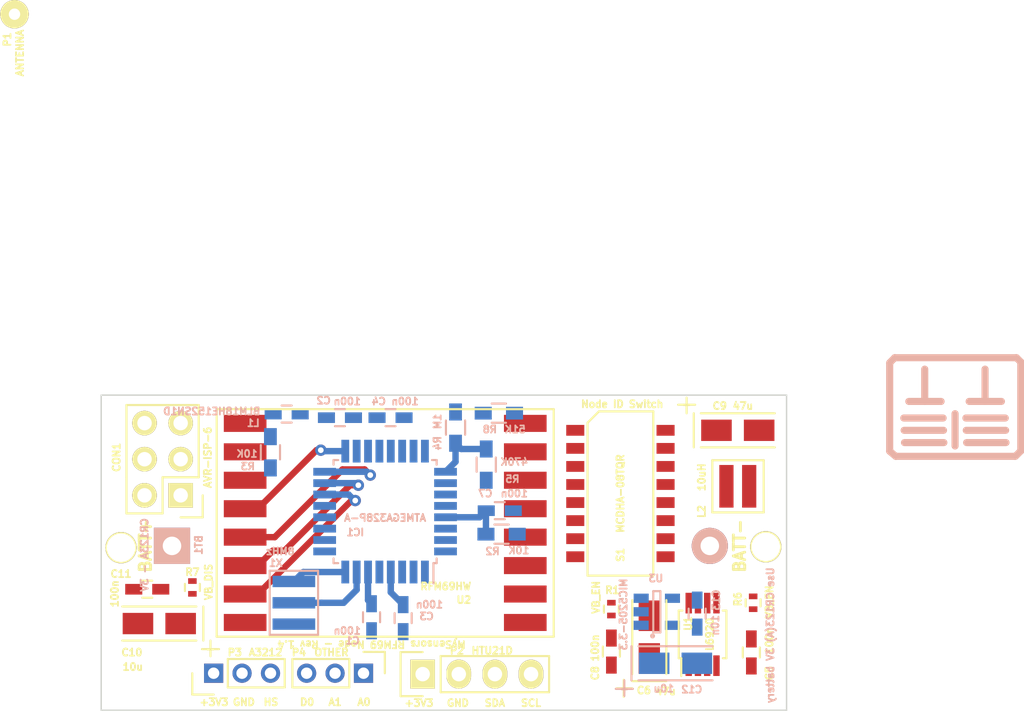
<source format=kicad_pcb>
(kicad_pcb (version 4) (host pcbnew 4.0.4+e1-6308~48~ubuntu16.04.1-stable)

  (general
    (links 100)
    (no_connects 97)
    (area 91.950574 76.1733 153.032427 99.491001)
    (thickness 1.6)
    (drawings 19)
    (tracks 47)
    (zones 0)
    (modules 38)
    (nets 48)
  )

  (page A4)
  (layers
    (0 F.Cu signal)
    (31 B.Cu signal)
    (32 B.Adhes user hide)
    (33 F.Adhes user hide)
    (34 B.Paste user)
    (35 F.Paste user)
    (36 B.SilkS user)
    (37 F.SilkS user)
    (38 B.Mask user)
    (39 F.Mask user)
    (40 Dwgs.User user)
    (41 Cmts.User user hide)
    (42 Eco1.User user hide)
    (43 Eco2.User user hide)
    (44 Edge.Cuts user)
    (45 Margin user hide)
    (46 B.CrtYd user hide)
    (47 F.CrtYd user hide)
    (48 B.Fab user hide)
    (49 F.Fab user hide)
  )

  (setup
    (last_trace_width 0.45)
    (trace_clearance 0.3)
    (zone_clearance 0.5)
    (zone_45_only yes)
    (trace_min 0.2)
    (segment_width 0.2)
    (edge_width 0.1)
    (via_size 0.8)
    (via_drill 0.4)
    (via_min_size 0.4)
    (via_min_drill 0.3)
    (uvia_size 0.3)
    (uvia_drill 0.1)
    (uvias_allowed no)
    (uvia_min_size 0.2)
    (uvia_min_drill 0.1)
    (pcb_text_width 0.3)
    (pcb_text_size 1.5 1.5)
    (mod_edge_width 0.15)
    (mod_text_size 0.5 0.5)
    (mod_text_width 0.125)
    (pad_size 2.2 2.2)
    (pad_drill 2)
    (pad_to_mask_clearance 0)
    (aux_axis_origin 0 0)
    (visible_elements FFFFFF7F)
    (pcbplotparams
      (layerselection 0x010fc_80000001)
      (usegerberextensions true)
      (excludeedgelayer true)
      (linewidth 0.100000)
      (plotframeref false)
      (viasonmask false)
      (mode 1)
      (useauxorigin false)
      (hpglpennumber 1)
      (hpglpenspeed 20)
      (hpglpendiameter 15)
      (hpglpenoverlay 2)
      (psnegative false)
      (psa4output false)
      (plotreference true)
      (plotvalue true)
      (plotinvisibletext false)
      (padsonsilk false)
      (subtractmaskfromsilk true)
      (outputformat 1)
      (mirror false)
      (drillshape 0)
      (scaleselection 1)
      (outputdirectory gerber/))
  )

  (net 0 "")
  (net 1 "Net-(BT1-Pad1)")
  (net 2 GND)
  (net 3 +3V3)
  (net 4 "Net-(C2-Pad2)")
  (net 5 "Net-(C4-Pad2)")
  (net 6 "Net-(C5-Pad1)")
  (net 7 "Net-(C6-Pad2)")
  (net 8 /RESET)
  (net 9 /V_BOOST_IN)
  (net 10 /MISO)
  (net 11 /SCK)
  (net 12 /MOSI)
  (net 13 /C0)
  (net 14 /C1)
  (net 15 "Net-(IC1-Pad7)")
  (net 16 "Net-(IC1-Pad8)")
  (net 17 /C2)
  (net 18 /C3)
  (net 19 /C4)
  (net 20 /C5)
  (net 21 /C6)
  (net 22 /SS)
  (net 23 "Net-(IC1-Pad19)")
  (net 24 "Net-(IC1-Pad22)")
  (net 25 /V_BATT)
  (net 26 "Net-(IC1-Pad31)")
  (net 27 /INT)
  (net 28 "Net-(L2-Pad1)")
  (net 29 "Net-(P1-Pad1)")
  (net 30 "Net-(S1-Pad8)")
  (net 31 "Net-(U1-Pad2)")
  (net 32 "Net-(U1-Pad3)")
  (net 33 "Net-(U2-Pad1)")
  (net 34 "Net-(U2-Pad3)")
  (net 35 "Net-(U2-Pad4)")
  (net 36 "Net-(U2-Pad5)")
  (net 37 "Net-(U2-Pad6)")
  (net 38 "Net-(U2-Pad7)")
  (net 39 "Net-(U2-Pad16)")
  (net 40 /SDA)
  (net 41 /SCL)
  (net 42 "Net-(C12-Pad1)")
  (net 43 "Net-(C13-Pad1)")
  (net 44 /HALL_SENSOR)
  (net 45 /A0)
  (net 46 /A1)
  (net 47 /D0)

  (net_class Default "This is the default net class."
    (clearance 0.3)
    (trace_width 0.45)
    (via_dia 0.8)
    (via_drill 0.4)
    (uvia_dia 0.3)
    (uvia_drill 0.1)
    (add_net +3V3)
    (add_net /A0)
    (add_net /A1)
    (add_net /C0)
    (add_net /C1)
    (add_net /C2)
    (add_net /C3)
    (add_net /C4)
    (add_net /C5)
    (add_net /C6)
    (add_net /D0)
    (add_net /HALL_SENSOR)
    (add_net /INT)
    (add_net /MISO)
    (add_net /MOSI)
    (add_net /RESET)
    (add_net /SCK)
    (add_net /SCL)
    (add_net /SDA)
    (add_net /SS)
    (add_net /V_BATT)
    (add_net /V_BOOST_IN)
    (add_net GND)
    (add_net "Net-(BT1-Pad1)")
    (add_net "Net-(C12-Pad1)")
    (add_net "Net-(C13-Pad1)")
    (add_net "Net-(C2-Pad2)")
    (add_net "Net-(C4-Pad2)")
    (add_net "Net-(C5-Pad1)")
    (add_net "Net-(C6-Pad2)")
    (add_net "Net-(IC1-Pad19)")
    (add_net "Net-(IC1-Pad22)")
    (add_net "Net-(IC1-Pad31)")
    (add_net "Net-(IC1-Pad7)")
    (add_net "Net-(IC1-Pad8)")
    (add_net "Net-(L2-Pad1)")
    (add_net "Net-(P1-Pad1)")
    (add_net "Net-(S1-Pad8)")
    (add_net "Net-(U1-Pad2)")
    (add_net "Net-(U1-Pad3)")
    (add_net "Net-(U2-Pad1)")
    (add_net "Net-(U2-Pad16)")
    (add_net "Net-(U2-Pad3)")
    (add_net "Net-(U2-Pad4)")
    (add_net "Net-(U2-Pad5)")
    (add_net "Net-(U2-Pad6)")
    (add_net "Net-(U2-Pad7)")
  )

  (module Mounting_Holes:MountingHole_2.2mm_M2_ISO14580_Pad (layer F.Cu) (tedit 57DA7E05) (tstamp 57DA7E2A)
    (at 145.161 87.9475)
    (descr "Mounting Hole 2.2mm, M2, ISO14580")
    (tags "mounting hole 2.2mm m2 iso14580")
    (fp_text reference REF** (at 0 -2.9) (layer F.SilkS) hide
      (effects (font (size 0.5 0.5) (thickness 0.125)))
    )
    (fp_text value MountingHole_2.2mm_M2_ISO14580_Pad (at 0 2.9) (layer F.Fab) hide
      (effects (font (size 0.5 0.5) (thickness 0.125)))
    )
    (fp_circle (center 0 0) (end 1.9 0) (layer Cmts.User) (width 0.15))
    (fp_circle (center 0 0) (end 2.15 0) (layer F.CrtYd) (width 0.05))
    (pad "" thru_hole circle (at 0 0) (size 2.2 2.2) (drill 2) (layers *.Cu *.Mask F.SilkS)
      (net 2 GND) (zone_connect 2))
  )

  (module mysensors_connectors:CR123_holder (layer B.Cu) (tedit 57DA89F7) (tstamp 57D7DF7C)
    (at 103.404 87.884 270)
    (descr "CR123 battery holder")
    (tags "Battery holder, CR123")
    (path /57DA7173)
    (fp_text reference BT1 (at -0.0635 -1.879 450) (layer B.SilkS)
      (effects (font (size 0.5 0.5) (thickness 0.125)) (justify mirror))
    )
    (fp_text value "CR123A - 3V" (at 0.635 1.931 270) (layer B.SilkS)
      (effects (font (size 0.5 0.5) (thickness 0.125)) (justify mirror))
    )
    (fp_line (start -9.25 2.75) (end 9.25 2.75) (layer B.CrtYd) (width 0.15))
    (fp_line (start 9.25 2.75) (end 9.25 -40.25) (layer B.CrtYd) (width 0.15))
    (fp_line (start -9.25 -40.25) (end 9.25 -40.25) (layer B.CrtYd) (width 0.15))
    (fp_line (start -9.25 2.75) (end -9.25 -40.25) (layer B.CrtYd) (width 0.15))
    (pad 1 thru_hole rect (at 0 0 270) (size 2.54 2.54) (drill 1.3) (layers *.Cu *.Mask B.SilkS)
      (net 1 "Net-(BT1-Pad1)"))
    (pad 2 thru_hole circle (at 0 -37.82 270) (size 2.54 2.54) (drill 1.3) (layers *.Cu *.Mask B.SilkS)
      (net 2 GND))
    (pad "" np_thru_hole circle (at 8.1 0 270) (size 1.98 1.98) (drill 1.98) (layers *.Cu Dwgs.User))
    (model Pin_Headers.3dshapes/Pin_Header_Straight_1x01.wrl
      (at (xyz 0 0 0))
      (scale (xyz 1 1 1))
      (rotate (xyz 0 0 0))
    )
    (model Pin_Headers.3dshapes/Pin_Header_Straight_1x01.wrl
      (at (xyz 0 -1.49 0))
      (scale (xyz 1 1 1))
      (rotate (xyz 0 0 0))
    )
    (model ${KIPRJMOD}/../../../libraries/packages3d/mysensors.3dshapes/mysensors_connectors.3dshapes/cr123_holder.wrl
      (at (xyz 0 -0.746 0.35))
      (scale (xyz 1 1 1))
      (rotate (xyz 0 0 0))
    )
  )

  (module Resistors_SMD:R_0402 (layer F.Cu) (tedit 57D7F5A4) (tstamp 57D7E0C4)
    (at 104.8385 90.805 90)
    (descr "Resistor SMD 0402, reflow soldering, Vishay (see dcrcw.pdf)")
    (tags "resistor 0402")
    (path /57D89F15)
    (attr smd)
    (fp_text reference R7 (at 1.0795 0 180) (layer F.SilkS)
      (effects (font (size 0.5 0.5) (thickness 0.125)))
    )
    (fp_text value VB_DIS (at 0.381 1.143 270) (layer F.SilkS)
      (effects (font (size 0.5 0.5) (thickness 0.125)))
    )
    (fp_line (start -0.95 -0.65) (end 0.95 -0.65) (layer F.CrtYd) (width 0.05))
    (fp_line (start -0.95 0.65) (end 0.95 0.65) (layer F.CrtYd) (width 0.05))
    (fp_line (start -0.95 -0.65) (end -0.95 0.65) (layer F.CrtYd) (width 0.05))
    (fp_line (start 0.95 -0.65) (end 0.95 0.65) (layer F.CrtYd) (width 0.05))
    (fp_line (start 0.25 -0.525) (end -0.25 -0.525) (layer F.SilkS) (width 0.15))
    (fp_line (start -0.25 0.525) (end 0.25 0.525) (layer F.SilkS) (width 0.15))
    (pad 1 smd rect (at -0.45 0 90) (size 0.4 0.6) (layers F.Cu F.Paste F.Mask)
      (net 3 +3V3))
    (pad 2 smd rect (at 0.45 0 90) (size 0.4 0.6) (layers F.Cu F.Paste F.Mask)
      (net 1 "Net-(BT1-Pad1)"))
    (model Resistors_SMD.3dshapes/R_0402.wrl
      (at (xyz 0 0 0))
      (scale (xyz 1 1 1))
      (rotate (xyz 0 0 0))
    )
  )

  (module Capacitors_Tantalum_SMD:TantalC_SizeA_EIA-3216_Wave (layer F.Cu) (tedit 57D95E64) (tstamp 57D7DFC3)
    (at 136.9695 94.2975 90)
    (descr "Tantal Cap. , Size A, EIA-3216, Wave,")
    (tags "Tantal Cap. , Size A, EIA-3216, Wave,")
    (path /57D82090)
    (attr smd)
    (fp_text reference C6 (at -3.7465 -0.381 180) (layer F.SilkS)
      (effects (font (size 0.5 0.5) (thickness 0.125)))
    )
    (fp_text value 47u (at -3.81 1.143 180) (layer F.SilkS)
      (effects (font (size 0.5 0.5) (thickness 0.125)))
    )
    (fp_text user + (at -3.59918 -1.80086 90) (layer F.SilkS)
      (effects (font (size 0.5 0.5) (thickness 0.125)))
    )
    (fp_line (start -2.60096 1.19888) (end 2.60096 1.19888) (layer F.SilkS) (width 0.15))
    (fp_line (start 2.60096 -1.19888) (end -2.60096 -1.19888) (layer F.SilkS) (width 0.15))
    (fp_line (start -3.59918 -2.2987) (end -3.59918 -1.19888) (layer F.SilkS) (width 0.15))
    (fp_line (start -4.19862 -1.79832) (end -2.99974 -1.79832) (layer F.SilkS) (width 0.15))
    (fp_line (start -3.09626 -1.19888) (end -3.09626 1.19888) (layer F.SilkS) (width 0.15))
    (pad 2 smd rect (at 1.50114 0 90) (size 2.14884 1.50114) (layers F.Cu F.Paste F.Mask)
      (net 7 "Net-(C6-Pad2)"))
    (pad 1 smd rect (at -1.50114 0 90) (size 2.14884 1.50114) (layers F.Cu F.Paste F.Mask)
      (net 2 GND))
    (model Capacitors_Tantalum_SMD.3dshapes/TantalC_SizeA_EIA-3216_Wave.wrl
      (at (xyz 0 0 0))
      (scale (xyz 1 1 1))
      (rotate (xyz 0 0 180))
    )
  )

  (module Capacitors_SMD:C_0603_HandSoldering (layer B.Cu) (tedit 57D7F529) (tstamp 57D7DF88)
    (at 117.4369 92.9005 270)
    (descr "Capacitor SMD 0603, hand soldering")
    (tags "capacitor 0603")
    (path /575E8F9B)
    (attr smd)
    (fp_text reference C1 (at 1.651 1.3335 360) (layer B.SilkS)
      (effects (font (size 0.5 0.5) (thickness 0.125)) (justify mirror))
    )
    (fp_text value 100n (at 0.9525 1.7145 360) (layer B.SilkS)
      (effects (font (size 0.5 0.5) (thickness 0.125)) (justify mirror))
    )
    (fp_line (start -1.85 0.75) (end 1.85 0.75) (layer B.CrtYd) (width 0.05))
    (fp_line (start -1.85 -0.75) (end 1.85 -0.75) (layer B.CrtYd) (width 0.05))
    (fp_line (start -1.85 0.75) (end -1.85 -0.75) (layer B.CrtYd) (width 0.05))
    (fp_line (start 1.85 0.75) (end 1.85 -0.75) (layer B.CrtYd) (width 0.05))
    (fp_line (start -0.35 0.6) (end 0.35 0.6) (layer B.SilkS) (width 0.15))
    (fp_line (start 0.35 -0.6) (end -0.35 -0.6) (layer B.SilkS) (width 0.15))
    (pad 1 smd rect (at -0.95 0 270) (size 1.2 0.75) (layers B.Cu B.Paste B.Mask)
      (net 3 +3V3))
    (pad 2 smd rect (at 0.95 0 270) (size 1.2 0.75) (layers B.Cu B.Paste B.Mask)
      (net 2 GND))
    (model Capacitors_SMD.3dshapes/C_0603_HandSoldering.wrl
      (at (xyz 0 0 0))
      (scale (xyz 1 1 1))
      (rotate (xyz 0 0 0))
    )
  )

  (module Capacitors_SMD:C_0603_HandSoldering (layer B.Cu) (tedit 57D7F589) (tstamp 57D7DF94)
    (at 115.2144 78.867)
    (descr "Capacitor SMD 0603, hand soldering")
    (tags "capacitor 0603")
    (path /575E8F25)
    (attr smd)
    (fp_text reference C2 (at -1.1455 -1.2065) (layer B.SilkS)
      (effects (font (size 0.5 0.5) (thickness 0.125)) (justify mirror))
    )
    (fp_text value 100n (at 0.5055 -1.143) (layer B.SilkS)
      (effects (font (size 0.5 0.5) (thickness 0.125)) (justify mirror))
    )
    (fp_line (start -1.85 0.75) (end 1.85 0.75) (layer B.CrtYd) (width 0.05))
    (fp_line (start -1.85 -0.75) (end 1.85 -0.75) (layer B.CrtYd) (width 0.05))
    (fp_line (start -1.85 0.75) (end -1.85 -0.75) (layer B.CrtYd) (width 0.05))
    (fp_line (start 1.85 0.75) (end 1.85 -0.75) (layer B.CrtYd) (width 0.05))
    (fp_line (start -0.35 0.6) (end 0.35 0.6) (layer B.SilkS) (width 0.15))
    (fp_line (start 0.35 -0.6) (end -0.35 -0.6) (layer B.SilkS) (width 0.15))
    (pad 1 smd rect (at -0.95 0) (size 1.2 0.75) (layers B.Cu B.Paste B.Mask)
      (net 2 GND))
    (pad 2 smd rect (at 0.95 0) (size 1.2 0.75) (layers B.Cu B.Paste B.Mask)
      (net 4 "Net-(C2-Pad2)"))
    (model Capacitors_SMD.3dshapes/C_0603_HandSoldering.wrl
      (at (xyz 0 0 0))
      (scale (xyz 1 1 1))
      (rotate (xyz 0 0 0))
    )
  )

  (module Capacitors_SMD:C_0603_HandSoldering (layer B.Cu) (tedit 57D7F52D) (tstamp 57D7DFA0)
    (at 119.6594 92.964 90)
    (descr "Capacitor SMD 0603, hand soldering")
    (tags "capacitor 0603")
    (path /575E8FDA)
    (attr smd)
    (fp_text reference C3 (at 0.127 1.651 180) (layer B.SilkS)
      (effects (font (size 0.5 0.5) (thickness 0.125)) (justify mirror))
    )
    (fp_text value 100n (at 0.9525 1.8415 180) (layer B.SilkS)
      (effects (font (size 0.5 0.5) (thickness 0.125)) (justify mirror))
    )
    (fp_line (start -1.85 0.75) (end 1.85 0.75) (layer B.CrtYd) (width 0.05))
    (fp_line (start -1.85 -0.75) (end 1.85 -0.75) (layer B.CrtYd) (width 0.05))
    (fp_line (start -1.85 0.75) (end -1.85 -0.75) (layer B.CrtYd) (width 0.05))
    (fp_line (start 1.85 0.75) (end 1.85 -0.75) (layer B.CrtYd) (width 0.05))
    (fp_line (start -0.35 0.6) (end 0.35 0.6) (layer B.SilkS) (width 0.15))
    (fp_line (start 0.35 -0.6) (end -0.35 -0.6) (layer B.SilkS) (width 0.15))
    (pad 1 smd rect (at -0.95 0 90) (size 1.2 0.75) (layers B.Cu B.Paste B.Mask)
      (net 2 GND))
    (pad 2 smd rect (at 0.95 0 90) (size 1.2 0.75) (layers B.Cu B.Paste B.Mask)
      (net 3 +3V3))
    (model Capacitors_SMD.3dshapes/C_0603_HandSoldering.wrl
      (at (xyz 0 0 0))
      (scale (xyz 1 1 1))
      (rotate (xyz 0 0 0))
    )
  )

  (module Capacitors_SMD:C_0603_HandSoldering (layer B.Cu) (tedit 57D7F58D) (tstamp 57D7DFAC)
    (at 118.7729 78.867 180)
    (descr "Capacitor SMD 0603, hand soldering")
    (tags "capacitor 0603")
    (path /575E8444)
    (attr smd)
    (fp_text reference C4 (at 0.828 1.143 180) (layer B.SilkS)
      (effects (font (size 0.5 0.5) (thickness 0.125)) (justify mirror))
    )
    (fp_text value 100n (at -1.0135 1.143 180) (layer B.SilkS)
      (effects (font (size 0.5 0.5) (thickness 0.125)) (justify mirror))
    )
    (fp_line (start -1.85 0.75) (end 1.85 0.75) (layer B.CrtYd) (width 0.05))
    (fp_line (start -1.85 -0.75) (end 1.85 -0.75) (layer B.CrtYd) (width 0.05))
    (fp_line (start -1.85 0.75) (end -1.85 -0.75) (layer B.CrtYd) (width 0.05))
    (fp_line (start 1.85 0.75) (end 1.85 -0.75) (layer B.CrtYd) (width 0.05))
    (fp_line (start -0.35 0.6) (end 0.35 0.6) (layer B.SilkS) (width 0.15))
    (fp_line (start 0.35 -0.6) (end -0.35 -0.6) (layer B.SilkS) (width 0.15))
    (pad 1 smd rect (at -0.95 0 180) (size 1.2 0.75) (layers B.Cu B.Paste B.Mask)
      (net 2 GND))
    (pad 2 smd rect (at 0.95 0 180) (size 1.2 0.75) (layers B.Cu B.Paste B.Mask)
      (net 5 "Net-(C4-Pad2)"))
    (model Capacitors_SMD.3dshapes/C_0603_HandSoldering.wrl
      (at (xyz 0 0 0))
      (scale (xyz 1 1 1))
      (rotate (xyz 0 0 0))
    )
  )

  (module Capacitors_SMD:C_0603_HandSoldering (layer F.Cu) (tedit 57D7F55B) (tstamp 57D7DFB8)
    (at 144.145 95.377 90)
    (descr "Capacitor SMD 0603, hand soldering")
    (tags "capacitor 0603")
    (path /57D84CE5)
    (attr smd)
    (fp_text reference C5 (at -1.458 1.27 90) (layer F.SilkS)
      (effects (font (size 0.5 0.5) (thickness 0.125)))
    )
    (fp_text value 100n (at 0.828 1.27 90) (layer F.SilkS)
      (effects (font (size 0.5 0.5) (thickness 0.125)))
    )
    (fp_line (start -1.85 -0.75) (end 1.85 -0.75) (layer F.CrtYd) (width 0.05))
    (fp_line (start -1.85 0.75) (end 1.85 0.75) (layer F.CrtYd) (width 0.05))
    (fp_line (start -1.85 -0.75) (end -1.85 0.75) (layer F.CrtYd) (width 0.05))
    (fp_line (start 1.85 -0.75) (end 1.85 0.75) (layer F.CrtYd) (width 0.05))
    (fp_line (start -0.35 -0.6) (end 0.35 -0.6) (layer F.SilkS) (width 0.15))
    (fp_line (start 0.35 0.6) (end -0.35 0.6) (layer F.SilkS) (width 0.15))
    (pad 1 smd rect (at -0.95 0 90) (size 1.2 0.75) (layers F.Cu F.Paste F.Mask)
      (net 6 "Net-(C5-Pad1)"))
    (pad 2 smd rect (at 0.95 0 90) (size 1.2 0.75) (layers F.Cu F.Paste F.Mask)
      (net 2 GND))
    (model Capacitors_SMD.3dshapes/C_0603_HandSoldering.wrl
      (at (xyz 0 0 0))
      (scale (xyz 1 1 1))
      (rotate (xyz 0 0 0))
    )
  )

  (module Capacitors_SMD:C_0603_HandSoldering (layer B.Cu) (tedit 57D7F661) (tstamp 57D7DFCF)
    (at 126.4539 85.4075 180)
    (descr "Capacitor SMD 0603, hand soldering")
    (tags "capacitor 0603")
    (path /575EA846)
    (attr smd)
    (fp_text reference C7 (at 1.016 1.2065 180) (layer B.SilkS)
      (effects (font (size 0.5 0.5) (thickness 0.125)) (justify mirror))
    )
    (fp_text value 100n (at -1.016 1.2065 180) (layer B.SilkS)
      (effects (font (size 0.5 0.5) (thickness 0.125)) (justify mirror))
    )
    (fp_line (start -1.85 0.75) (end 1.85 0.75) (layer B.CrtYd) (width 0.05))
    (fp_line (start -1.85 -0.75) (end 1.85 -0.75) (layer B.CrtYd) (width 0.05))
    (fp_line (start -1.85 0.75) (end -1.85 -0.75) (layer B.CrtYd) (width 0.05))
    (fp_line (start 1.85 0.75) (end 1.85 -0.75) (layer B.CrtYd) (width 0.05))
    (fp_line (start -0.35 0.6) (end 0.35 0.6) (layer B.SilkS) (width 0.15))
    (fp_line (start 0.35 -0.6) (end -0.35 -0.6) (layer B.SilkS) (width 0.15))
    (pad 1 smd rect (at -0.95 0 180) (size 1.2 0.75) (layers B.Cu B.Paste B.Mask)
      (net 2 GND))
    (pad 2 smd rect (at 0.95 0 180) (size 1.2 0.75) (layers B.Cu B.Paste B.Mask)
      (net 8 /RESET))
    (model Capacitors_SMD.3dshapes/C_0603_HandSoldering.wrl
      (at (xyz 0 0 0))
      (scale (xyz 1 1 1))
      (rotate (xyz 0 0 0))
    )
  )

  (module Capacitors_SMD:C_0603_HandSoldering (layer F.Cu) (tedit 57D95E49) (tstamp 57D7DFDB)
    (at 134.3025 95.316 270)
    (descr "Capacitor SMD 0603, hand soldering")
    (tags "capacitor 0603")
    (path /57D82914)
    (attr smd)
    (fp_text reference C8 (at 1.5215 1.143 450) (layer F.SilkS)
      (effects (font (size 0.5 0.5) (thickness 0.125)))
    )
    (fp_text value 100n (at -0.2565 1.143 270) (layer F.SilkS)
      (effects (font (size 0.5 0.5) (thickness 0.125)))
    )
    (fp_line (start -1.85 -0.75) (end 1.85 -0.75) (layer F.CrtYd) (width 0.05))
    (fp_line (start -1.85 0.75) (end 1.85 0.75) (layer F.CrtYd) (width 0.05))
    (fp_line (start -1.85 -0.75) (end -1.85 0.75) (layer F.CrtYd) (width 0.05))
    (fp_line (start 1.85 -0.75) (end 1.85 0.75) (layer F.CrtYd) (width 0.05))
    (fp_line (start -0.35 -0.6) (end 0.35 -0.6) (layer F.SilkS) (width 0.15))
    (fp_line (start 0.35 0.6) (end -0.35 0.6) (layer F.SilkS) (width 0.15))
    (pad 1 smd rect (at -0.95 0 270) (size 1.2 0.75) (layers F.Cu F.Paste F.Mask)
      (net 7 "Net-(C6-Pad2)"))
    (pad 2 smd rect (at 0.95 0 270) (size 1.2 0.75) (layers F.Cu F.Paste F.Mask)
      (net 2 GND))
    (model Capacitors_SMD.3dshapes/C_0603_HandSoldering.wrl
      (at (xyz 0 0 0))
      (scale (xyz 1 1 1))
      (rotate (xyz 0 0 0))
    )
  )

  (module Capacitors_SMD:C_0603_HandSoldering (layer F.Cu) (tedit 57D7F5AE) (tstamp 57D7DFFD)
    (at 101.6635 90.932 180)
    (descr "Capacitor SMD 0603, hand soldering")
    (tags "capacitor 0603")
    (path /57D80C84)
    (attr smd)
    (fp_text reference C11 (at 1.8415 1.0795 180) (layer F.SilkS)
      (effects (font (size 0.5 0.5) (thickness 0.125)))
    )
    (fp_text value 100n (at 2.286 -0.3175 450) (layer F.SilkS)
      (effects (font (size 0.5 0.5) (thickness 0.125)))
    )
    (fp_line (start -1.85 -0.75) (end 1.85 -0.75) (layer F.CrtYd) (width 0.05))
    (fp_line (start -1.85 0.75) (end 1.85 0.75) (layer F.CrtYd) (width 0.05))
    (fp_line (start -1.85 -0.75) (end -1.85 0.75) (layer F.CrtYd) (width 0.05))
    (fp_line (start 1.85 -0.75) (end 1.85 0.75) (layer F.CrtYd) (width 0.05))
    (fp_line (start -0.35 -0.6) (end 0.35 -0.6) (layer F.SilkS) (width 0.15))
    (fp_line (start 0.35 0.6) (end -0.35 0.6) (layer F.SilkS) (width 0.15))
    (pad 1 smd rect (at -0.95 0 180) (size 1.2 0.75) (layers F.Cu F.Paste F.Mask)
      (net 3 +3V3))
    (pad 2 smd rect (at 0.95 0 180) (size 1.2 0.75) (layers F.Cu F.Paste F.Mask)
      (net 2 GND))
    (model Capacitors_SMD.3dshapes/C_0603_HandSoldering.wrl
      (at (xyz 0 0 0))
      (scale (xyz 1 1 1))
      (rotate (xyz 0 0 0))
    )
  )

  (module Housings_QFP:TQFP-32_7x7mm_Pitch0.8mm (layer B.Cu) (tedit 57D7F522) (tstamp 57D7E04B)
    (at 118.3894 85.471 90)
    (descr "32-Lead Plastic Thin Quad Flatpack (PT) - 7x7x1.0 mm Body, 2.00 mm [TQFP] (see Microchip Packaging Specification 00000049BS.pdf)")
    (tags "QFP 0.8")
    (path /575E6E29)
    (attr smd)
    (fp_text reference IC1 (at 0 -1.27 90) (layer B.SilkS) hide
      (effects (font (size 0.5 0.5) (thickness 0.125)) (justify mirror))
    )
    (fp_text value ATMEGA328P-A (at -0.4445 0 180) (layer B.SilkS)
      (effects (font (size 0.5 0.5) (thickness 0.125)) (justify mirror))
    )
    (fp_text user %R (at -1.4605 -2.0955 180) (layer B.SilkS)
      (effects (font (size 0.5 0.5) (thickness 0.125)) (justify mirror))
    )
    (fp_line (start -2.5 3.5) (end 3.5 3.5) (layer B.Fab) (width 0.15))
    (fp_line (start 3.5 3.5) (end 3.5 -3.5) (layer B.Fab) (width 0.15))
    (fp_line (start 3.5 -3.5) (end -3.5 -3.5) (layer B.Fab) (width 0.15))
    (fp_line (start -3.5 -3.5) (end -3.5 2.5) (layer B.Fab) (width 0.15))
    (fp_line (start -3.5 2.5) (end -2.5 3.5) (layer B.Fab) (width 0.15))
    (fp_line (start -5.3 5.3) (end -5.3 -5.3) (layer B.CrtYd) (width 0.05))
    (fp_line (start 5.3 5.3) (end 5.3 -5.3) (layer B.CrtYd) (width 0.05))
    (fp_line (start -5.3 5.3) (end 5.3 5.3) (layer B.CrtYd) (width 0.05))
    (fp_line (start -5.3 -5.3) (end 5.3 -5.3) (layer B.CrtYd) (width 0.05))
    (fp_line (start -3.625 3.625) (end -3.625 3.4) (layer B.SilkS) (width 0.15))
    (fp_line (start 3.625 3.625) (end 3.625 3.3) (layer B.SilkS) (width 0.15))
    (fp_line (start 3.625 -3.625) (end 3.625 -3.3) (layer B.SilkS) (width 0.15))
    (fp_line (start -3.625 -3.625) (end -3.625 -3.3) (layer B.SilkS) (width 0.15))
    (fp_line (start -3.625 3.625) (end -3.3 3.625) (layer B.SilkS) (width 0.15))
    (fp_line (start -3.625 -3.625) (end -3.3 -3.625) (layer B.SilkS) (width 0.15))
    (fp_line (start 3.625 -3.625) (end 3.3 -3.625) (layer B.SilkS) (width 0.15))
    (fp_line (start 3.625 3.625) (end 3.3 3.625) (layer B.SilkS) (width 0.15))
    (fp_line (start -3.625 3.4) (end -5.05 3.4) (layer B.SilkS) (width 0.15))
    (pad 1 smd rect (at -4.25 2.8 90) (size 1.6 0.55) (layers B.Cu B.Paste B.Mask)
      (net 13 /C0))
    (pad 2 smd rect (at -4.25 2 90) (size 1.6 0.55) (layers B.Cu B.Paste B.Mask)
      (net 14 /C1))
    (pad 3 smd rect (at -4.25 1.2 90) (size 1.6 0.55) (layers B.Cu B.Paste B.Mask)
      (net 2 GND))
    (pad 4 smd rect (at -4.25 0.4 90) (size 1.6 0.55) (layers B.Cu B.Paste B.Mask)
      (net 3 +3V3))
    (pad 5 smd rect (at -4.25 -0.4 90) (size 1.6 0.55) (layers B.Cu B.Paste B.Mask)
      (net 2 GND))
    (pad 6 smd rect (at -4.25 -1.2 90) (size 1.6 0.55) (layers B.Cu B.Paste B.Mask)
      (net 3 +3V3))
    (pad 7 smd rect (at -4.25 -2 90) (size 1.6 0.55) (layers B.Cu B.Paste B.Mask)
      (net 15 "Net-(IC1-Pad7)"))
    (pad 8 smd rect (at -4.25 -2.8 90) (size 1.6 0.55) (layers B.Cu B.Paste B.Mask)
      (net 16 "Net-(IC1-Pad8)"))
    (pad 9 smd rect (at -2.8 -4.25) (size 1.6 0.55) (layers B.Cu B.Paste B.Mask)
      (net 17 /C2))
    (pad 10 smd rect (at -2 -4.25) (size 1.6 0.55) (layers B.Cu B.Paste B.Mask)
      (net 18 /C3))
    (pad 11 smd rect (at -1.2 -4.25) (size 1.6 0.55) (layers B.Cu B.Paste B.Mask)
      (net 19 /C4))
    (pad 12 smd rect (at -0.4 -4.25) (size 1.6 0.55) (layers B.Cu B.Paste B.Mask)
      (net 20 /C5))
    (pad 13 smd rect (at 0.4 -4.25) (size 1.6 0.55) (layers B.Cu B.Paste B.Mask)
      (net 21 /C6))
    (pad 14 smd rect (at 1.2 -4.25) (size 1.6 0.55) (layers B.Cu B.Paste B.Mask)
      (net 22 /SS))
    (pad 15 smd rect (at 2 -4.25) (size 1.6 0.55) (layers B.Cu B.Paste B.Mask)
      (net 12 /MOSI))
    (pad 16 smd rect (at 2.8 -4.25) (size 1.6 0.55) (layers B.Cu B.Paste B.Mask)
      (net 10 /MISO))
    (pad 17 smd rect (at 4.25 -2.8 90) (size 1.6 0.55) (layers B.Cu B.Paste B.Mask)
      (net 11 /SCK))
    (pad 18 smd rect (at 4.25 -2 90) (size 1.6 0.55) (layers B.Cu B.Paste B.Mask)
      (net 4 "Net-(C2-Pad2)"))
    (pad 19 smd rect (at 4.25 -1.2 90) (size 1.6 0.55) (layers B.Cu B.Paste B.Mask)
      (net 23 "Net-(IC1-Pad19)"))
    (pad 20 smd rect (at 4.25 -0.4 90) (size 1.6 0.55) (layers B.Cu B.Paste B.Mask)
      (net 5 "Net-(C4-Pad2)"))
    (pad 21 smd rect (at 4.25 0.4 90) (size 1.6 0.55) (layers B.Cu B.Paste B.Mask)
      (net 2 GND))
    (pad 22 smd rect (at 4.25 1.2 90) (size 1.6 0.55) (layers B.Cu B.Paste B.Mask)
      (net 24 "Net-(IC1-Pad22)"))
    (pad 23 smd rect (at 4.25 2 90) (size 1.6 0.55) (layers B.Cu B.Paste B.Mask)
      (net 45 /A0))
    (pad 24 smd rect (at 4.25 2.8 90) (size 1.6 0.55) (layers B.Cu B.Paste B.Mask)
      (net 46 /A1))
    (pad 25 smd rect (at 2.8 4.25) (size 1.6 0.55) (layers B.Cu B.Paste B.Mask)
      (net 25 /V_BATT))
    (pad 26 smd rect (at 2 4.25) (size 1.6 0.55) (layers B.Cu B.Paste B.Mask)
      (net 44 /HALL_SENSOR))
    (pad 27 smd rect (at 1.2 4.25) (size 1.6 0.55) (layers B.Cu B.Paste B.Mask)
      (net 40 /SDA))
    (pad 28 smd rect (at 0.4 4.25) (size 1.6 0.55) (layers B.Cu B.Paste B.Mask)
      (net 41 /SCL))
    (pad 29 smd rect (at -0.4 4.25) (size 1.6 0.55) (layers B.Cu B.Paste B.Mask)
      (net 8 /RESET))
    (pad 30 smd rect (at -1.2 4.25) (size 1.6 0.55) (layers B.Cu B.Paste B.Mask)
      (net 47 /D0))
    (pad 31 smd rect (at -2 4.25) (size 1.6 0.55) (layers B.Cu B.Paste B.Mask)
      (net 26 "Net-(IC1-Pad31)"))
    (pad 32 smd rect (at -2.8 4.25) (size 1.6 0.55) (layers B.Cu B.Paste B.Mask)
      (net 27 /INT))
    (model Housings_QFP.3dshapes/TQFP-32_7x7mm_Pitch0.8mm.wrl
      (at (xyz 0 0 0))
      (scale (xyz 1 1 1))
      (rotate (xyz 0 0 0))
    )
  )

  (module Capacitors_SMD:C_0603_HandSoldering (layer B.Cu) (tedit 57D93146) (tstamp 57D7E057)
    (at 111.4679 78.613)
    (descr "Capacitor SMD 0603, hand soldering")
    (tags "capacitor 0603")
    (path /57D7CB09)
    (attr smd)
    (fp_text reference L1 (at -2.3495 0.635) (layer B.SilkS)
      (effects (font (size 0.5 0.5) (thickness 0.125)) (justify mirror))
    )
    (fp_text value BLM18HE152SN1D (at -5.2705 -0.1905) (layer B.SilkS)
      (effects (font (size 0.5 0.5) (thickness 0.125)) (justify mirror))
    )
    (fp_line (start -1.85 0.75) (end 1.85 0.75) (layer B.CrtYd) (width 0.05))
    (fp_line (start -1.85 -0.75) (end 1.85 -0.75) (layer B.CrtYd) (width 0.05))
    (fp_line (start -1.85 0.75) (end -1.85 -0.75) (layer B.CrtYd) (width 0.05))
    (fp_line (start 1.85 0.75) (end 1.85 -0.75) (layer B.CrtYd) (width 0.05))
    (fp_line (start -0.35 0.6) (end 0.35 0.6) (layer B.SilkS) (width 0.15))
    (fp_line (start 0.35 -0.6) (end -0.35 -0.6) (layer B.SilkS) (width 0.15))
    (pad 1 smd rect (at -0.95 0) (size 1.2 0.75) (layers B.Cu B.Paste B.Mask)
      (net 3 +3V3))
    (pad 2 smd rect (at 0.95 0) (size 1.2 0.75) (layers B.Cu B.Paste B.Mask)
      (net 4 "Net-(C2-Pad2)"))
    (model Capacitors_SMD.3dshapes/C_0603_HandSoldering.wrl
      (at (xyz 0 0 0))
      (scale (xyz 1 1 1))
      (rotate (xyz 0 0 0))
    )
  )

  (module Resistors_SMD:R_0402 (layer F.Cu) (tedit 57D7F574) (tstamp 57D7E07C)
    (at 134.3025 92.329 90)
    (descr "Resistor SMD 0402, reflow soldering, Vishay (see dcrcw.pdf)")
    (tags "resistor 0402")
    (path /57D86E54)
    (attr smd)
    (fp_text reference R1 (at 1.3335 0.0635 180) (layer F.SilkS)
      (effects (font (size 0.5 0.5) (thickness 0.125)))
    )
    (fp_text value VB_EN (at 0.8255 -1.0795 90) (layer F.SilkS)
      (effects (font (size 0.5 0.5) (thickness 0.125)))
    )
    (fp_line (start -0.95 -0.65) (end 0.95 -0.65) (layer F.CrtYd) (width 0.05))
    (fp_line (start -0.95 0.65) (end 0.95 0.65) (layer F.CrtYd) (width 0.05))
    (fp_line (start -0.95 -0.65) (end -0.95 0.65) (layer F.CrtYd) (width 0.05))
    (fp_line (start 0.95 -0.65) (end 0.95 0.65) (layer F.CrtYd) (width 0.05))
    (fp_line (start 0.25 -0.525) (end -0.25 -0.525) (layer F.SilkS) (width 0.15))
    (fp_line (start -0.25 0.525) (end 0.25 0.525) (layer F.SilkS) (width 0.15))
    (pad 1 smd rect (at -0.45 0 90) (size 0.4 0.6) (layers F.Cu F.Paste F.Mask)
      (net 42 "Net-(C12-Pad1)"))
    (pad 2 smd rect (at 0.45 0 90) (size 0.4 0.6) (layers F.Cu F.Paste F.Mask)
      (net 3 +3V3))
    (model Resistors_SMD.3dshapes/R_0402.wrl
      (at (xyz 0 0 0))
      (scale (xyz 1 1 1))
      (rotate (xyz 0 0 0))
    )
  )

  (module Resistors_SMD:R_0603_HandSoldering (layer B.Cu) (tedit 57D7F643) (tstamp 57D7E088)
    (at 126.5809 87.0585 180)
    (descr "Resistor SMD 0603, hand soldering")
    (tags "resistor 0603")
    (path /575E9FD3)
    (attr smd)
    (fp_text reference R2 (at 0.635 -1.2065 180) (layer B.SilkS)
      (effects (font (size 0.5 0.5) (thickness 0.125)) (justify mirror))
    )
    (fp_text value 10K (at -1.2065 -1.143 180) (layer B.SilkS)
      (effects (font (size 0.5 0.5) (thickness 0.125)) (justify mirror))
    )
    (fp_line (start -2 0.8) (end 2 0.8) (layer B.CrtYd) (width 0.05))
    (fp_line (start -2 -0.8) (end 2 -0.8) (layer B.CrtYd) (width 0.05))
    (fp_line (start -2 0.8) (end -2 -0.8) (layer B.CrtYd) (width 0.05))
    (fp_line (start 2 0.8) (end 2 -0.8) (layer B.CrtYd) (width 0.05))
    (fp_line (start 0.5 -0.675) (end -0.5 -0.675) (layer B.SilkS) (width 0.15))
    (fp_line (start -0.5 0.675) (end 0.5 0.675) (layer B.SilkS) (width 0.15))
    (pad 1 smd rect (at -1.1 0 180) (size 1.2 0.9) (layers B.Cu B.Paste B.Mask)
      (net 3 +3V3))
    (pad 2 smd rect (at 1.1 0 180) (size 1.2 0.9) (layers B.Cu B.Paste B.Mask)
      (net 8 /RESET))
    (model Resistors_SMD.3dshapes/R_0603_HandSoldering.wrl
      (at (xyz 0 0 0))
      (scale (xyz 1 1 1))
      (rotate (xyz 0 0 0))
    )
  )

  (module Resistors_SMD:R_0603_HandSoldering (layer B.Cu) (tedit 57D7F581) (tstamp 57D7E094)
    (at 110.3249 81.3005 90)
    (descr "Resistor SMD 0603, hand soldering")
    (tags "resistor 0603")
    (path /575ECDD9)
    (attr smd)
    (fp_text reference R3 (at -0.9955 -1.5875 180) (layer B.SilkS)
      (effects (font (size 0.5 0.5) (thickness 0.125)) (justify mirror))
    )
    (fp_text value 10K (at -0.1065 -1.651 180) (layer B.SilkS)
      (effects (font (size 0.5 0.5) (thickness 0.125)) (justify mirror))
    )
    (fp_line (start -2 0.8) (end 2 0.8) (layer B.CrtYd) (width 0.05))
    (fp_line (start -2 -0.8) (end 2 -0.8) (layer B.CrtYd) (width 0.05))
    (fp_line (start -2 0.8) (end -2 -0.8) (layer B.CrtYd) (width 0.05))
    (fp_line (start 2 0.8) (end 2 -0.8) (layer B.CrtYd) (width 0.05))
    (fp_line (start 0.5 -0.675) (end -0.5 -0.675) (layer B.SilkS) (width 0.15))
    (fp_line (start -0.5 0.675) (end 0.5 0.675) (layer B.SilkS) (width 0.15))
    (pad 1 smd rect (at -1.1 0 90) (size 1.2 0.9) (layers B.Cu B.Paste B.Mask)
      (net 22 /SS))
    (pad 2 smd rect (at 1.1 0 90) (size 1.2 0.9) (layers B.Cu B.Paste B.Mask)
      (net 3 +3V3))
    (model Resistors_SMD.3dshapes/R_0603_HandSoldering.wrl
      (at (xyz 0 0 0))
      (scale (xyz 1 1 1))
      (rotate (xyz 0 0 0))
    )
  )

  (module Resistors_SMD:R_0603_HandSoldering (layer B.Cu) (tedit 57D7F591) (tstamp 57D7E0A0)
    (at 123.3424 79.5655 90)
    (descr "Resistor SMD 0603, hand soldering")
    (tags "resistor 0603")
    (path /57D7E783)
    (attr smd)
    (fp_text reference R4 (at -1.1 -1.27 90) (layer B.SilkS)
      (effects (font (size 0.5 0.5) (thickness 0.125)) (justify mirror))
    )
    (fp_text value 1M (at 0.424 -1.27 90) (layer B.SilkS)
      (effects (font (size 0.5 0.5) (thickness 0.125)) (justify mirror))
    )
    (fp_line (start -2 0.8) (end 2 0.8) (layer B.CrtYd) (width 0.05))
    (fp_line (start -2 -0.8) (end 2 -0.8) (layer B.CrtYd) (width 0.05))
    (fp_line (start -2 0.8) (end -2 -0.8) (layer B.CrtYd) (width 0.05))
    (fp_line (start 2 0.8) (end 2 -0.8) (layer B.CrtYd) (width 0.05))
    (fp_line (start 0.5 -0.675) (end -0.5 -0.675) (layer B.SilkS) (width 0.15))
    (fp_line (start -0.5 0.675) (end 0.5 0.675) (layer B.SilkS) (width 0.15))
    (pad 1 smd rect (at -1.1 0 90) (size 1.2 0.9) (layers B.Cu B.Paste B.Mask)
      (net 25 /V_BATT))
    (pad 2 smd rect (at 1.1 0 90) (size 1.2 0.9) (layers B.Cu B.Paste B.Mask)
      (net 1 "Net-(BT1-Pad1)"))
    (model Resistors_SMD.3dshapes/R_0603_HandSoldering.wrl
      (at (xyz 0 0 0))
      (scale (xyz 1 1 1))
      (rotate (xyz 0 0 0))
    )
  )

  (module Resistors_SMD:R_0603_HandSoldering (layer B.Cu) (tedit 57D7F597) (tstamp 57D7E0AC)
    (at 125.5014 82.169 90)
    (descr "Resistor SMD 0603, hand soldering")
    (tags "resistor 0603")
    (path /57D7E9FE)
    (attr smd)
    (fp_text reference R5 (at -1.016 1.8415 180) (layer B.SilkS)
      (effects (font (size 0.5 0.5) (thickness 0.125)) (justify mirror))
    )
    (fp_text value 470K (at 0.1905 1.9685 180) (layer B.SilkS)
      (effects (font (size 0.5 0.5) (thickness 0.125)) (justify mirror))
    )
    (fp_line (start -2 0.8) (end 2 0.8) (layer B.CrtYd) (width 0.05))
    (fp_line (start -2 -0.8) (end 2 -0.8) (layer B.CrtYd) (width 0.05))
    (fp_line (start -2 0.8) (end -2 -0.8) (layer B.CrtYd) (width 0.05))
    (fp_line (start 2 0.8) (end 2 -0.8) (layer B.CrtYd) (width 0.05))
    (fp_line (start 0.5 -0.675) (end -0.5 -0.675) (layer B.SilkS) (width 0.15))
    (fp_line (start -0.5 0.675) (end 0.5 0.675) (layer B.SilkS) (width 0.15))
    (pad 1 smd rect (at -1.1 0 90) (size 1.2 0.9) (layers B.Cu B.Paste B.Mask)
      (net 2 GND))
    (pad 2 smd rect (at 1.1 0 90) (size 1.2 0.9) (layers B.Cu B.Paste B.Mask)
      (net 25 /V_BATT))
    (model Resistors_SMD.3dshapes/R_0603_HandSoldering.wrl
      (at (xyz 0 0 0))
      (scale (xyz 1 1 1))
      (rotate (xyz 0 0 0))
    )
  )

  (module Resistors_SMD:R_0402 (layer F.Cu) (tedit 57D7F551) (tstamp 57D7E0B8)
    (at 144.272 91.8845 90)
    (descr "Resistor SMD 0402, reflow soldering, Vishay (see dcrcw.pdf)")
    (tags "resistor 0402")
    (path /57D89877)
    (attr smd)
    (fp_text reference R6 (at 0.254 -1.0795 270) (layer F.SilkS)
      (effects (font (size 0.5 0.5) (thickness 0.125)))
    )
    (fp_text value VB_EN (at 0.0635 1.143 270) (layer F.SilkS)
      (effects (font (size 0.5 0.5) (thickness 0.125)))
    )
    (fp_line (start -0.95 -0.65) (end 0.95 -0.65) (layer F.CrtYd) (width 0.05))
    (fp_line (start -0.95 0.65) (end 0.95 0.65) (layer F.CrtYd) (width 0.05))
    (fp_line (start -0.95 -0.65) (end -0.95 0.65) (layer F.CrtYd) (width 0.05))
    (fp_line (start 0.95 -0.65) (end 0.95 0.65) (layer F.CrtYd) (width 0.05))
    (fp_line (start 0.25 -0.525) (end -0.25 -0.525) (layer F.SilkS) (width 0.15))
    (fp_line (start -0.25 0.525) (end 0.25 0.525) (layer F.SilkS) (width 0.15))
    (pad 1 smd rect (at -0.45 0 90) (size 0.4 0.6) (layers F.Cu F.Paste F.Mask)
      (net 1 "Net-(BT1-Pad1)"))
    (pad 2 smd rect (at 0.45 0 90) (size 0.4 0.6) (layers F.Cu F.Paste F.Mask)
      (net 9 /V_BOOST_IN))
    (model Resistors_SMD.3dshapes/R_0402.wrl
      (at (xyz 0 0 0))
      (scale (xyz 1 1 1))
      (rotate (xyz 0 0 0))
    )
  )

  (module myfootprints:DIPSWITCH_SMD_1.27-16 (layer F.Cu) (tedit 57D7F53E) (tstamp 57D7E0E1)
    (at 134.9375 84.201 270)
    (path /57D6A612)
    (attr smd)
    (fp_text reference S1 (at 4.318 0 450) (layer F.SilkS)
      (effects (font (size 0.5 0.5) (thickness 0.125)))
    )
    (fp_text value MCDHA-08TQR (at 0 0 270) (layer F.SilkS)
      (effects (font (size 0.5 0.5) (thickness 0.125)))
    )
    (fp_line (start -4.975 2.31) (end -5.775 1.51) (layer F.SilkS) (width 0.15))
    (fp_line (start -5.775 1.51) (end -5.775 -2.31) (layer F.SilkS) (width 0.15))
    (fp_line (start -5.775 -2.31) (end 5.775 -2.31) (layer F.SilkS) (width 0.15))
    (fp_line (start 5.775 -2.31) (end 5.775 2.31) (layer F.SilkS) (width 0.15))
    (fp_line (start 5.775 2.31) (end -4.975 2.31) (layer F.SilkS) (width 0.15))
    (fp_line (start -5.95 -2.45) (end 5.95 -2.45) (layer F.CrtYd) (width 0.05))
    (fp_line (start 5.95 -2.45) (end 5.95 2.45) (layer F.CrtYd) (width 0.05))
    (fp_line (start 5.95 2.45) (end -5.95 2.45) (layer F.CrtYd) (width 0.05))
    (fp_line (start -5.95 2.45) (end -5.95 -2.45) (layer F.CrtYd) (width 0.05))
    (pad 16 smd rect (at -4.445 -3.175 270) (size 0.76 1.27) (layers F.Cu F.Paste F.Mask)
      (net 2 GND))
    (pad 1 smd rect (at -4.445 3.175 270) (size 0.76 1.27) (layers F.Cu F.Paste F.Mask)
      (net 13 /C0))
    (pad 15 smd rect (at -3.175 -3.175 270) (size 0.76 1.27) (layers F.Cu F.Paste F.Mask)
      (net 2 GND))
    (pad 2 smd rect (at -3.175 3.175 270) (size 0.76 1.27) (layers F.Cu F.Paste F.Mask)
      (net 14 /C1))
    (pad 14 smd rect (at -1.905 -3.175 270) (size 0.76 1.27) (layers F.Cu F.Paste F.Mask)
      (net 2 GND))
    (pad 3 smd rect (at -1.905 3.175 270) (size 0.76 1.27) (layers F.Cu F.Paste F.Mask)
      (net 17 /C2))
    (pad 13 smd rect (at -0.635 -3.175 270) (size 0.76 1.27) (layers F.Cu F.Paste F.Mask)
      (net 2 GND))
    (pad 4 smd rect (at -0.635 3.175 270) (size 0.76 1.27) (layers F.Cu F.Paste F.Mask)
      (net 18 /C3))
    (pad 12 smd rect (at 0.635 -3.175 270) (size 0.76 1.27) (layers F.Cu F.Paste F.Mask)
      (net 2 GND))
    (pad 5 smd rect (at 0.635 3.175 270) (size 0.76 1.27) (layers F.Cu F.Paste F.Mask)
      (net 19 /C4))
    (pad 11 smd rect (at 1.905 -3.175 270) (size 0.76 1.27) (layers F.Cu F.Paste F.Mask)
      (net 2 GND))
    (pad 6 smd rect (at 1.905 3.175 270) (size 0.76 1.27) (layers F.Cu F.Paste F.Mask)
      (net 20 /C5))
    (pad 10 smd rect (at 3.175 -3.175 270) (size 0.76 1.27) (layers F.Cu F.Paste F.Mask)
      (net 2 GND))
    (pad 7 smd rect (at 3.175 3.175 270) (size 0.76 1.27) (layers F.Cu F.Paste F.Mask)
      (net 21 /C6))
    (pad 9 smd rect (at 4.445 -3.175 270) (size 0.76 1.27) (layers F.Cu F.Paste F.Mask)
      (net 2 GND))
    (pad 8 smd rect (at 4.445 3.175 270) (size 0.76 1.27) (layers F.Cu F.Paste F.Mask)
      (net 30 "Net-(S1-Pad8)"))
    (model ${KIPRJMOD}/../../../libraries/packages3d/mypackages.3dshapes/sw_dip8_1.27pitch.wrl
      (at (xyz 0 0 0))
      (scale (xyz 1 1 1))
      (rotate (xyz 0 0 0))
    )
  )

  (module Housings_SSOP:MSOP-8_3x3mm_Pitch0.65mm (layer F.Cu) (tedit 57D7F557) (tstamp 57D7E0FD)
    (at 140.716 94.107 90)
    (descr "8-Lead Plastic Micro Small Outline Package (MS) [MSOP] (see Microchip Packaging Specification 00000049BS.pdf)")
    (tags "SSOP 0.65")
    (path /57D8157F)
    (attr smd)
    (fp_text reference U1 (at 0.762 -1.016 90) (layer F.SilkS)
      (effects (font (size 0.5 0.5) (thickness 0.125)))
    )
    (fp_text value L6920 (at 0 0.508 90) (layer F.SilkS)
      (effects (font (size 0.5 0.5) (thickness 0.125)))
    )
    (fp_circle (center -1 -1) (end -1.25 -1) (layer F.Fab) (width 0.15))
    (fp_line (start -1.5 1.5) (end -1.5 -1.5) (layer F.Fab) (width 0.15))
    (fp_line (start 1.5 1.5) (end -1.5 1.5) (layer F.Fab) (width 0.15))
    (fp_line (start 1.5 -1.5) (end 1.5 1.5) (layer F.Fab) (width 0.15))
    (fp_line (start -1.5 -1.5) (end 1.5 -1.5) (layer F.Fab) (width 0.15))
    (fp_line (start -3.2 -1.85) (end -3.2 1.85) (layer F.CrtYd) (width 0.05))
    (fp_line (start 3.2 -1.85) (end 3.2 1.85) (layer F.CrtYd) (width 0.05))
    (fp_line (start -3.2 -1.85) (end 3.2 -1.85) (layer F.CrtYd) (width 0.05))
    (fp_line (start -3.2 1.85) (end 3.2 1.85) (layer F.CrtYd) (width 0.05))
    (fp_line (start -1.675 -1.675) (end -1.675 -1.5) (layer F.SilkS) (width 0.15))
    (fp_line (start 1.675 -1.675) (end 1.675 -1.425) (layer F.SilkS) (width 0.15))
    (fp_line (start 1.675 1.675) (end 1.675 1.425) (layer F.SilkS) (width 0.15))
    (fp_line (start -1.675 1.675) (end -1.675 1.425) (layer F.SilkS) (width 0.15))
    (fp_line (start -1.675 -1.675) (end 1.675 -1.675) (layer F.SilkS) (width 0.15))
    (fp_line (start -1.675 1.675) (end 1.675 1.675) (layer F.SilkS) (width 0.15))
    (fp_line (start -1.675 -1.5) (end -2.925 -1.5) (layer F.SilkS) (width 0.15))
    (pad 1 smd rect (at -2.2 -0.975 90) (size 1.45 0.45) (layers F.Cu F.Paste F.Mask)
      (net 7 "Net-(C6-Pad2)"))
    (pad 2 smd rect (at -2.2 -0.325 90) (size 1.45 0.45) (layers F.Cu F.Paste F.Mask)
      (net 31 "Net-(U1-Pad2)"))
    (pad 3 smd rect (at -2.2 0.325 90) (size 1.45 0.45) (layers F.Cu F.Paste F.Mask)
      (net 32 "Net-(U1-Pad3)"))
    (pad 4 smd rect (at -2.2 0.975 90) (size 1.45 0.45) (layers F.Cu F.Paste F.Mask)
      (net 6 "Net-(C5-Pad1)"))
    (pad 5 smd rect (at 2.2 0.975 90) (size 1.45 0.45) (layers F.Cu F.Paste F.Mask)
      (net 7 "Net-(C6-Pad2)"))
    (pad 6 smd rect (at 2.2 0.325 90) (size 1.45 0.45) (layers F.Cu F.Paste F.Mask)
      (net 2 GND))
    (pad 7 smd rect (at 2.2 -0.325 90) (size 1.45 0.45) (layers F.Cu F.Paste F.Mask)
      (net 28 "Net-(L2-Pad1)"))
    (pad 8 smd rect (at 2.2 -0.975 90) (size 1.45 0.45) (layers F.Cu F.Paste F.Mask)
      (net 7 "Net-(C6-Pad2)"))
    (model Housings_SSOP.3dshapes/MSOP-8_3x3mm_Pitch0.65mm.wrl
      (at (xyz 0 0 0))
      (scale (xyz 1 1 1))
      (rotate (xyz 0 0 0))
    )
  )

  (module mysensors_radios:RFM69HW_SMD_Handsoldering (layer F.Cu) (tedit 57DA8977) (tstamp 57D7E11D)
    (at 126.8476 93.2688 180)
    (descr RFM69HW)
    (tags "RFM69HW, RF69")
    (path /575E7FD2)
    (fp_text reference U2 (at 2.921 1.5875 180) (layer F.SilkS)
      (effects (font (size 0.5 0.5) (thickness 0.125)))
    )
    (fp_text value RFM69HW (at 4.191 2.54 180) (layer F.SilkS)
      (effects (font (size 0.5 0.5) (thickness 0.125)))
    )
    (fp_line (start -3.4 15) (end -3.4 -1) (layer F.SilkS) (width 0.15))
    (fp_line (start 20.3 15) (end -3.4 15) (layer F.SilkS) (width 0.15))
    (fp_line (start 20.3 -1) (end 20.3 15) (layer F.SilkS) (width 0.15))
    (fp_line (start -3.4 -1) (end 20.3 -1) (layer F.SilkS) (width 0.15))
    (fp_line (start -3.4 15) (end 20.3 15) (layer F.CrtYd) (width 0.15))
    (fp_line (start 20.3 -1) (end 20.3 15) (layer F.CrtYd) (width 0.15))
    (fp_line (start -3.4 -1) (end -3.4 15) (layer F.CrtYd) (width 0.15))
    (fp_line (start -3.4 -1) (end 20.3 -1) (layer F.CrtYd) (width 0.15))
    (fp_line (start 20.3 -1) (end 20.3 15) (layer B.CrtYd) (width 0.15))
    (fp_line (start -3.4 -1) (end -3.4 15) (layer B.CrtYd) (width 0.15))
    (fp_line (start -3.4 15) (end 20.3 15) (layer B.CrtYd) (width 0.15))
    (fp_line (start -3.4 -1) (end 20.3 -1) (layer B.CrtYd) (width 0.15))
    (pad 1 smd rect (at -1.4 0 180) (size 3 1.2) (layers F.Cu F.Paste F.Mask)
      (net 33 "Net-(U2-Pad1)"))
    (pad 2 smd rect (at -1.4 2 180) (size 3 1.2) (layers F.Cu F.Paste F.Mask)
      (net 27 /INT))
    (pad 3 smd rect (at -1.4 4 180) (size 3 1.2) (layers F.Cu F.Paste F.Mask)
      (net 34 "Net-(U2-Pad3)"))
    (pad 4 smd rect (at -1.4 6 180) (size 3 1.2) (layers F.Cu F.Paste F.Mask)
      (net 35 "Net-(U2-Pad4)"))
    (pad 5 smd rect (at -1.4 8 180) (size 3 1.2) (layers F.Cu F.Paste F.Mask)
      (net 36 "Net-(U2-Pad5)"))
    (pad 6 smd rect (at -1.4 10 180) (size 3 1.2) (layers F.Cu F.Paste F.Mask)
      (net 37 "Net-(U2-Pad6)"))
    (pad 7 smd rect (at -1.4 12 180) (size 3 1.2) (layers F.Cu F.Paste F.Mask)
      (net 38 "Net-(U2-Pad7)"))
    (pad 8 smd rect (at -1.4 14 180) (size 3 1.2) (layers F.Cu F.Paste F.Mask)
      (net 3 +3V3))
    (pad 9 smd rect (at 18.3 14 180) (size 3 1.2) (layers F.Cu F.Paste F.Mask)
      (net 2 GND))
    (pad 10 smd rect (at 18.3 12 180) (size 3 1.2) (layers F.Cu F.Paste F.Mask)
      (net 29 "Net-(P1-Pad1)"))
    (pad 11 smd rect (at 18.3 10 180) (size 3 1.2) (layers F.Cu F.Paste F.Mask)
      (net 2 GND))
    (pad 12 smd rect (at 18.3 8 180) (size 3 1.2) (layers F.Cu F.Paste F.Mask)
      (net 11 /SCK))
    (pad 13 smd rect (at 18.3 6 180) (size 3 1.2) (layers F.Cu F.Paste F.Mask)
      (net 10 /MISO))
    (pad 14 smd rect (at 18.3 4 180) (size 3 1.2) (layers F.Cu F.Paste F.Mask)
      (net 12 /MOSI))
    (pad 15 smd rect (at 18.3 2 180) (size 3 1.2) (layers F.Cu F.Paste F.Mask)
      (net 22 /SS))
    (pad 16 smd rect (at 18.3 0 180) (size 3 1.2) (layers F.Cu F.Paste F.Mask)
      (net 39 "Net-(U2-Pad16)"))
    (model Crystals.3dshapes/crystal_FA238-TSX3225.wrl
      (at (xyz 0.332 -0.08 0.03))
      (scale (xyz 0.24 0.24 0.24))
      (rotate (xyz 0 0 90))
    )
    (model Housings_DFN_QFN.3dshapes/QFN-28-1EP_5x5mm_Pitch0.5mm.wrl
      (at (xyz 0.204 -0.445 0.03))
      (scale (xyz 1 1 1))
      (rotate (xyz 0 0 0))
    )
    (model ${KIPRJMOD}/../../../libraries/packages3d/mysensors.3dshapes/mysensors_radios.3dshapes/rfm69hw.wrl
      (at (xyz 0.332 -0.27 0))
      (scale (xyz 0.3937 0.3937 0.3937))
      (rotate (xyz 0 0 180))
    )
  )

  (module myfootprints:ZTTCR-3 (layer B.Cu) (tedit 57D7F50C) (tstamp 57D7E12C)
    (at 111.9759 91.8845 270)
    (path /575E762B)
    (attr smd)
    (fp_text reference X1 (at -2.794 1.27 360) (layer B.SilkS)
      (effects (font (size 0.5 0.5) (thickness 0.125)) (justify mirror))
    )
    (fp_text value 8MHz (at -3.6195 0.9525 360) (layer B.SilkS)
      (effects (font (size 0.5 0.5) (thickness 0.125)) (justify mirror))
    )
    (fp_line (start -2.25 -1.699285) (end -2.25 1.7) (layer B.SilkS) (width 0.15))
    (fp_line (start -2.25 1.7) (end 2.25 1.7) (layer B.SilkS) (width 0.15))
    (fp_line (start 2.25 1.7) (end 2.25 -1.7) (layer B.SilkS) (width 0.15))
    (fp_line (start 2.25 -1.7) (end -2.2479 -1.7) (layer B.SilkS) (width 0.15))
    (fp_line (start -2.4 1.85) (end 2.4 1.85) (layer B.CrtYd) (width 0.05))
    (fp_line (start 2.4 1.85) (end 2.4 -1.85) (layer B.CrtYd) (width 0.05))
    (fp_line (start 2.4 -1.85) (end -2.4 -1.85) (layer B.CrtYd) (width 0.05))
    (fp_line (start -2.4 -1.85) (end -2.4 1.85) (layer B.CrtYd) (width 0.05))
    (pad 1 smd rect (at -1.5 0 270) (size 0.8 3) (layers B.Cu B.Paste B.Mask)
      (net 16 "Net-(IC1-Pad8)"))
    (pad 2 smd rect (at 0 0 270) (size 0.8 3) (layers B.Cu B.Paste B.Mask)
      (net 15 "Net-(IC1-Pad7)"))
    (pad 3 smd rect (at 1.5 0 270) (size 0.8 3) (layers B.Cu B.Paste B.Mask)
      (net 2 GND))
    (model ${KIPRJMOD}/../../../libraries/packages3d/mypackages.3dshapes/zttcr.wrl
      (at (xyz 0 0 0))
      (scale (xyz 1 1 1))
      (rotate (xyz 0 0 0))
    )
  )

  (module myfootprints:DLJ-3015 (layer F.Cu) (tedit 57DA844C) (tstamp 57D7E063)
    (at 143.1925 83.693)
    (path /57D8357D)
    (fp_text reference L2 (at -2.54 1.778 90) (layer F.SilkS)
      (effects (font (size 0.5 0.5) (thickness 0.125)))
    )
    (fp_text value 10uH (at -2.54 -0.635 90) (layer F.SilkS)
      (effects (font (size 0.5 0.5) (thickness 0.125)))
    )
    (fp_line (start -1.7907 -1.83388) (end -1.7907 1.836428) (layer F.SilkS) (width 0.15))
    (fp_line (start -1.7907 1.83642) (end 1.81864 1.83642) (layer F.SilkS) (width 0.15))
    (fp_line (start 1.82118 1.83388) (end 1.82118 -1.83388) (layer F.SilkS) (width 0.15))
    (fp_line (start 1.821184 -1.83388) (end -1.7907 -1.83388) (layer F.SilkS) (width 0.15))
    (pad 1 smd rect (at -0.8 0) (size 1 3) (layers F.Cu F.Paste F.Mask)
      (net 28 "Net-(L2-Pad1)"))
    (pad 2 smd rect (at 0.8 0) (size 1 3) (layers F.Cu F.Paste F.Mask)
      (net 9 /V_BOOST_IN))
    (model ${KIPRJMOD}/../../../libraries/packages3d/mypackages.3dshapes/SDR0302.wrl
      (at (xyz 0 0 0))
      (scale (xyz 1 1 1))
      (rotate (xyz 0 0 0))
    )
  )

  (module Wire_Pads:SolderWirePad_single_0-8mmDrill (layer F.Cu) (tedit 57D7F57C) (tstamp 57D7E070)
    (at 92.329 50.4952)
    (path /575EBBAD)
    (fp_text reference P1 (at -0.508 1.778 90) (layer F.SilkS)
      (effects (font (size 0.5 0.5) (thickness 0.125)))
    )
    (fp_text value ANTENNA (at 0.381 2.7305 90) (layer F.SilkS)
      (effects (font (size 0.5 0.5) (thickness 0.125)))
    )
    (pad 1 thru_hole circle (at 0 0) (size 1.99898 1.99898) (drill 0.8001) (layers *.Cu *.Mask F.SilkS)
      (net 29 "Net-(P1-Pad1)"))
  )

  (module Pin_Headers:Pin_Header_Straight_2x03 (layer F.Cu) (tedit 57D8055F) (tstamp 57D7E014)
    (at 104.013 84.328 180)
    (descr "Through hole pin header")
    (tags "pin header")
    (path /57D34506)
    (fp_text reference CON1 (at 4.5085 2.667 270) (layer F.SilkS)
      (effects (font (size 0.5 0.5) (thickness 0.125)))
    )
    (fp_text value AVR-ISP-6 (at -1.905 2.667 270) (layer F.SilkS)
      (effects (font (size 0.5 0.5) (thickness 0.125)))
    )
    (fp_line (start -1.27 1.27) (end -1.27 6.35) (layer F.SilkS) (width 0.15))
    (fp_line (start -1.55 -1.55) (end 0 -1.55) (layer F.SilkS) (width 0.15))
    (fp_line (start -1.75 -1.75) (end -1.75 6.85) (layer F.CrtYd) (width 0.05))
    (fp_line (start 4.3 -1.75) (end 4.3 6.85) (layer F.CrtYd) (width 0.05))
    (fp_line (start -1.75 -1.75) (end 4.3 -1.75) (layer F.CrtYd) (width 0.05))
    (fp_line (start -1.75 6.85) (end 4.3 6.85) (layer F.CrtYd) (width 0.05))
    (fp_line (start 1.27 -1.27) (end 1.27 1.27) (layer F.SilkS) (width 0.15))
    (fp_line (start 1.27 1.27) (end -1.27 1.27) (layer F.SilkS) (width 0.15))
    (fp_line (start -1.27 6.35) (end 3.81 6.35) (layer F.SilkS) (width 0.15))
    (fp_line (start 3.81 6.35) (end 3.81 1.27) (layer F.SilkS) (width 0.15))
    (fp_line (start -1.55 -1.55) (end -1.55 0) (layer F.SilkS) (width 0.15))
    (fp_line (start 3.81 -1.27) (end 1.27 -1.27) (layer F.SilkS) (width 0.15))
    (fp_line (start 3.81 1.27) (end 3.81 -1.27) (layer F.SilkS) (width 0.15))
    (pad 1 thru_hole rect (at 0 0 180) (size 1.7272 1.7272) (drill 1.016) (layers *.Cu *.Mask F.SilkS)
      (net 10 /MISO))
    (pad 2 thru_hole oval (at 2.54 0 180) (size 1.7272 1.7272) (drill 1.016) (layers *.Cu *.Mask F.SilkS)
      (net 3 +3V3))
    (pad 3 thru_hole oval (at 0 2.54 180) (size 1.7272 1.7272) (drill 1.016) (layers *.Cu *.Mask F.SilkS)
      (net 11 /SCK))
    (pad 4 thru_hole oval (at 2.54 2.54 180) (size 1.7272 1.7272) (drill 1.016) (layers *.Cu *.Mask F.SilkS)
      (net 12 /MOSI))
    (pad 5 thru_hole oval (at 0 5.08 180) (size 1.7272 1.7272) (drill 1.016) (layers *.Cu *.Mask F.SilkS)
      (net 8 /RESET))
    (pad 6 thru_hole oval (at 2.54 5.08 180) (size 1.7272 1.7272) (drill 1.016) (layers *.Cu *.Mask F.SilkS)
      (net 2 GND))
    (model Pin_Headers.3dshapes/Pin_Header_Straight_2x03.wrl
      (at (xyz 0.05 -0.1 0))
      (scale (xyz 1 1 1))
      (rotate (xyz 0 0 90))
    )
  )

  (module Capacitors_Tantalum_SMD:TantalC_SizeA_EIA-3216_Wave (layer F.Cu) (tedit 57D80B7D) (tstamp 57D7DFE6)
    (at 143.1925 79.756)
    (descr "Tantal Cap. , Size A, EIA-3216, Wave,")
    (tags "Tantal Cap. , Size A, EIA-3216, Wave,")
    (path /57D83C67)
    (attr smd)
    (fp_text reference C9 (at -1.27 -1.7145) (layer F.SilkS)
      (effects (font (size 0.5 0.5) (thickness 0.125)))
    )
    (fp_text value 47u (at 0.35814 -1.7145) (layer F.SilkS)
      (effects (font (size 0.5 0.5) (thickness 0.125)))
    )
    (fp_text user + (at -3.59918 -1.80086) (layer F.SilkS)
      (effects (font (size 0.5 0.5) (thickness 0.125)))
    )
    (fp_line (start -2.60096 1.19888) (end 2.60096 1.19888) (layer F.SilkS) (width 0.15))
    (fp_line (start 2.60096 -1.19888) (end -2.60096 -1.19888) (layer F.SilkS) (width 0.15))
    (fp_line (start -3.59918 -2.2987) (end -3.59918 -1.19888) (layer F.SilkS) (width 0.15))
    (fp_line (start -4.19862 -1.79832) (end -2.99974 -1.79832) (layer F.SilkS) (width 0.15))
    (fp_line (start -3.09626 -1.19888) (end -3.09626 1.19888) (layer F.SilkS) (width 0.15))
    (pad 2 smd rect (at 1.50114 0) (size 2.14884 1.50114) (layers F.Cu F.Paste F.Mask)
      (net 9 /V_BOOST_IN))
    (pad 1 smd rect (at -1.50114 0) (size 2.14884 1.50114) (layers F.Cu F.Paste F.Mask)
      (net 2 GND))
    (model Capacitors_Tantalum_SMD.3dshapes/TantalC_SizeA_EIA-3216_Wave.wrl
      (at (xyz 0 0 0))
      (scale (xyz 1 1 1))
      (rotate (xyz 0 0 180))
    )
  )

  (module Capacitors_Tantalum_SMD:TantalC_SizeA_EIA-3216_Wave (layer F.Cu) (tedit 57D80AB3) (tstamp 57D7DFF1)
    (at 102.51186 93.345 180)
    (descr "Tantal Cap. , Size A, EIA-3216, Wave,")
    (tags "Tantal Cap. , Size A, EIA-3216, Wave,")
    (path /576262E5)
    (attr smd)
    (fp_text reference C10 (at 1.92786 -2.032 180) (layer F.SilkS)
      (effects (font (size 0.5 0.5) (thickness 0.125)))
    )
    (fp_text value 10u (at 1.86436 -3.048 180) (layer F.SilkS)
      (effects (font (size 0.5 0.5) (thickness 0.125)))
    )
    (fp_text user + (at -3.59918 -1.80086 180) (layer F.SilkS)
      (effects (font (size 0.5 0.5) (thickness 0.125)))
    )
    (fp_line (start -2.60096 1.19888) (end 2.60096 1.19888) (layer F.SilkS) (width 0.15))
    (fp_line (start 2.60096 -1.19888) (end -2.60096 -1.19888) (layer F.SilkS) (width 0.15))
    (fp_line (start -3.59918 -2.2987) (end -3.59918 -1.19888) (layer F.SilkS) (width 0.15))
    (fp_line (start -4.19862 -1.79832) (end -2.99974 -1.79832) (layer F.SilkS) (width 0.15))
    (fp_line (start -3.09626 -1.19888) (end -3.09626 1.19888) (layer F.SilkS) (width 0.15))
    (pad 2 smd rect (at 1.50114 0 180) (size 2.14884 1.50114) (layers F.Cu F.Paste F.Mask)
      (net 2 GND))
    (pad 1 smd rect (at -1.50114 0 180) (size 2.14884 1.50114) (layers F.Cu F.Paste F.Mask)
      (net 3 +3V3))
    (model Capacitors_Tantalum_SMD.3dshapes/TantalC_SizeA_EIA-3216_Wave.wrl
      (at (xyz 0 0 0))
      (scale (xyz 1 1 1))
      (rotate (xyz 0 0 180))
    )
  )

  (module Capacitors_Tantalum_SMD:TantalC_SizeA_EIA-3216_Wave (layer B.Cu) (tedit 57D905FC) (tstamp 57D90805)
    (at 138.811 96.139)
    (descr "Tantal Cap. , Size A, EIA-3216, Wave,")
    (tags "Tantal Cap. , Size A, EIA-3216, Wave,")
    (path /57D92B96)
    (attr smd)
    (fp_text reference C12 (at 1.143 1.8415) (layer B.SilkS)
      (effects (font (size 0.5 0.5) (thickness 0.125)) (justify mirror))
    )
    (fp_text value 10u (at -0.8255 1.778) (layer B.SilkS)
      (effects (font (size 0.5 0.5) (thickness 0.125)) (justify mirror))
    )
    (fp_text user + (at -3.59918 1.80086) (layer B.SilkS)
      (effects (font (size 0.5 0.5) (thickness 0.125)) (justify mirror))
    )
    (fp_line (start -2.60096 -1.19888) (end 2.60096 -1.19888) (layer B.SilkS) (width 0.15))
    (fp_line (start 2.60096 1.19888) (end -2.60096 1.19888) (layer B.SilkS) (width 0.15))
    (fp_line (start -3.59918 2.2987) (end -3.59918 1.19888) (layer B.SilkS) (width 0.15))
    (fp_line (start -4.19862 1.79832) (end -2.99974 1.79832) (layer B.SilkS) (width 0.15))
    (fp_line (start -3.09626 1.19888) (end -3.09626 -1.19888) (layer B.SilkS) (width 0.15))
    (pad 2 smd rect (at 1.50114 0) (size 2.14884 1.50114) (layers B.Cu B.Paste B.Mask)
      (net 2 GND))
    (pad 1 smd rect (at -1.50114 0) (size 2.14884 1.50114) (layers B.Cu B.Paste B.Mask)
      (net 42 "Net-(C12-Pad1)"))
    (model Capacitors_Tantalum_SMD.3dshapes/TantalC_SizeA_EIA-3216_Wave.wrl
      (at (xyz 0 0 0))
      (scale (xyz 1 1 1))
      (rotate (xyz 0 0 180))
    )
  )

  (module Capacitors_SMD:C_0603_HandSoldering (layer B.Cu) (tedit 57D90602) (tstamp 57D90811)
    (at 140.335 92.6465 270)
    (descr "Capacitor SMD 0603, hand soldering")
    (tags "capacitor 0603")
    (path /57D920A8)
    (attr smd)
    (fp_text reference C13 (at -0.9525 -1.3335 270) (layer B.SilkS)
      (effects (font (size 0.5 0.5) (thickness 0.125)) (justify mirror))
    )
    (fp_text value 10n (at 0.8255 -1.27 270) (layer B.SilkS)
      (effects (font (size 0.5 0.5) (thickness 0.125)) (justify mirror))
    )
    (fp_line (start -1.85 0.75) (end 1.85 0.75) (layer B.CrtYd) (width 0.05))
    (fp_line (start -1.85 -0.75) (end 1.85 -0.75) (layer B.CrtYd) (width 0.05))
    (fp_line (start -1.85 0.75) (end -1.85 -0.75) (layer B.CrtYd) (width 0.05))
    (fp_line (start 1.85 0.75) (end 1.85 -0.75) (layer B.CrtYd) (width 0.05))
    (fp_line (start -0.35 0.6) (end 0.35 0.6) (layer B.SilkS) (width 0.15))
    (fp_line (start 0.35 -0.6) (end -0.35 -0.6) (layer B.SilkS) (width 0.15))
    (pad 1 smd rect (at -0.95 0 270) (size 1.2 0.75) (layers B.Cu B.Paste B.Mask)
      (net 43 "Net-(C13-Pad1)"))
    (pad 2 smd rect (at 0.95 0 270) (size 1.2 0.75) (layers B.Cu B.Paste B.Mask)
      (net 2 GND))
    (model Capacitors_SMD.3dshapes/C_0603_HandSoldering.wrl
      (at (xyz 0 0 0))
      (scale (xyz 1 1 1))
      (rotate (xyz 0 0 0))
    )
  )

  (module TO_SOT_Packages_SMD:SOT-23-5 (layer B.Cu) (tedit 57D90610) (tstamp 57D90823)
    (at 137.498 92.517)
    (descr "5-pin SOT23 package")
    (tags SOT-23-5)
    (path /57D912BE)
    (attr smd)
    (fp_text reference U3 (at -0.0635 -2.3495) (layer B.SilkS)
      (effects (font (size 0.5 0.5) (thickness 0.125)) (justify mirror))
    )
    (fp_text value MIC5205-3.3 (at -2.3495 0.1905 90) (layer B.SilkS)
      (effects (font (size 0.5 0.5) (thickness 0.125)) (justify mirror))
    )
    (fp_line (start -1.8 1.6) (end 1.8 1.6) (layer B.CrtYd) (width 0.05))
    (fp_line (start 1.8 1.6) (end 1.8 -1.6) (layer B.CrtYd) (width 0.05))
    (fp_line (start 1.8 -1.6) (end -1.8 -1.6) (layer B.CrtYd) (width 0.05))
    (fp_line (start -1.8 -1.6) (end -1.8 1.6) (layer B.CrtYd) (width 0.05))
    (fp_circle (center -0.3 1.7) (end -0.2 1.7) (layer B.SilkS) (width 0.15))
    (fp_line (start 0.25 1.45) (end -0.25 1.45) (layer B.SilkS) (width 0.15))
    (fp_line (start 0.25 -1.45) (end 0.25 1.45) (layer B.SilkS) (width 0.15))
    (fp_line (start -0.25 -1.45) (end 0.25 -1.45) (layer B.SilkS) (width 0.15))
    (fp_line (start -0.25 1.45) (end -0.25 -1.45) (layer B.SilkS) (width 0.15))
    (pad 1 smd rect (at -1.1 0.95) (size 1.06 0.65) (layers B.Cu B.Paste B.Mask)
      (net 7 "Net-(C6-Pad2)"))
    (pad 2 smd rect (at -1.1 0) (size 1.06 0.65) (layers B.Cu B.Paste B.Mask)
      (net 2 GND))
    (pad 3 smd rect (at -1.1 -0.95) (size 1.06 0.65) (layers B.Cu B.Paste B.Mask)
      (net 7 "Net-(C6-Pad2)"))
    (pad 4 smd rect (at 1.1 -0.95) (size 1.06 0.65) (layers B.Cu B.Paste B.Mask)
      (net 43 "Net-(C13-Pad1)"))
    (pad 5 smd rect (at 1.1 0.95) (size 1.06 0.65) (layers B.Cu B.Paste B.Mask)
      (net 42 "Net-(C12-Pad1)"))
    (model TO_SOT_Packages_SMD.3dshapes/SOT-23-5.wrl
      (at (xyz 0 0 0))
      (scale (xyz 1 1 1))
      (rotate (xyz 0 0 0))
    )
  )

  (module Pin_Headers:Pin_Header_Straight_1x03_Pitch2.00mm (layer F.Cu) (tedit 57D927DF) (tstamp 57D929CB)
    (at 106.331 96.8375 90)
    (descr "Through hole pin header, 1x03, 2.00mm pitch, single row")
    (tags "pin header single row")
    (path /57D99714)
    (fp_text reference P3 (at 1.4605 1.492 180) (layer F.SilkS)
      (effects (font (size 0.5 0.5) (thickness 0.125)))
    )
    (fp_text value A3212 (at 1.4605 3.651 180) (layer F.SilkS)
      (effects (font (size 0.5 0.5) (thickness 0.125)))
    )
    (fp_line (start -1 1) (end 1 1) (layer F.SilkS) (width 0.15))
    (fp_line (start 1 1) (end 1 5) (layer F.SilkS) (width 0.15))
    (fp_line (start 1 5) (end -1 5) (layer F.SilkS) (width 0.15))
    (fp_line (start -1 5) (end -1 1) (layer F.SilkS) (width 0.15))
    (fp_line (start -1.6 -1.6) (end 1.6 -1.6) (layer F.CrtYd) (width 0.05))
    (fp_line (start 1.6 -1.6) (end 1.6 5.6) (layer F.CrtYd) (width 0.05))
    (fp_line (start 1.6 5.6) (end -1.6 5.6) (layer F.CrtYd) (width 0.05))
    (fp_line (start -1.6 5.6) (end -1.6 -1.6) (layer F.CrtYd) (width 0.05))
    (fp_line (start -1.5 0) (end -1.5 -1.5) (layer F.SilkS) (width 0.15))
    (fp_line (start -1.5 -1.5) (end 0 -1.5) (layer F.SilkS) (width 0.15))
    (pad 1 thru_hole rect (at 0 0 90) (size 1.35 1.35) (drill 0.8) (layers *.Cu *.Mask)
      (net 3 +3V3))
    (pad 2 thru_hole circle (at 0 2 90) (size 1.35 1.35) (drill 0.8) (layers *.Cu *.Mask)
      (net 2 GND))
    (pad 3 thru_hole circle (at 0 4 90) (size 1.35 1.35) (drill 0.8) (layers *.Cu *.Mask)
      (net 44 /HALL_SENSOR))
    (model Pin_Headers.3dshapes/Pin_Header_Straight_1x03_Pitch2.00mm.wrl
      (at (xyz 0 0 0))
      (scale (xyz 1 1 1))
      (rotate (xyz 0 0 0))
    )
  )

  (module Resistors_SMD:R_0603_HandSoldering (layer B.Cu) (tedit 57D927BE) (tstamp 57D929D7)
    (at 126.3904 78.5495 180)
    (descr "Resistor SMD 0603, hand soldering")
    (tags "resistor 0603")
    (path /57D9A421)
    (attr smd)
    (fp_text reference R8 (at 0.635 -1.143 180) (layer B.SilkS)
      (effects (font (size 0.5 0.5) (thickness 0.125)) (justify mirror))
    )
    (fp_text value 51K (at -1.143 -1.143 180) (layer B.SilkS)
      (effects (font (size 0.5 0.5) (thickness 0.125)) (justify mirror))
    )
    (fp_line (start -2 0.8) (end 2 0.8) (layer B.CrtYd) (width 0.05))
    (fp_line (start -2 -0.8) (end 2 -0.8) (layer B.CrtYd) (width 0.05))
    (fp_line (start -2 0.8) (end -2 -0.8) (layer B.CrtYd) (width 0.05))
    (fp_line (start 2 0.8) (end 2 -0.8) (layer B.CrtYd) (width 0.05))
    (fp_line (start 0.5 -0.675) (end -0.5 -0.675) (layer B.SilkS) (width 0.15))
    (fp_line (start -0.5 0.675) (end 0.5 0.675) (layer B.SilkS) (width 0.15))
    (pad 1 smd rect (at -1.1 0 180) (size 1.2 0.9) (layers B.Cu B.Paste B.Mask)
      (net 3 +3V3))
    (pad 2 smd rect (at 1.1 0 180) (size 1.2 0.9) (layers B.Cu B.Paste B.Mask)
      (net 44 /HALL_SENSOR))
    (model Resistors_SMD.3dshapes/R_0603_HandSoldering.wrl
      (at (xyz 0 0 0))
      (scale (xyz 1 1 1))
      (rotate (xyz 0 0 0))
    )
  )

  (module Pin_Headers:Pin_Header_Straight_1x03_Pitch2.00mm (layer F.Cu) (tedit 57D92E81) (tstamp 57D9302E)
    (at 116.8715 96.8375 270)
    (descr "Through hole pin header, 1x03, 2.00mm pitch, single row")
    (tags "pin header single row")
    (path /57DA3706)
    (fp_text reference P4 (at -1.4605 4.54 360) (layer F.SilkS)
      (effects (font (size 0.5 0.5) (thickness 0.125)))
    )
    (fp_text value OTHER (at -1.4605 2.254 360) (layer F.SilkS)
      (effects (font (size 0.5 0.5) (thickness 0.125)))
    )
    (fp_line (start -1 1) (end 1 1) (layer F.SilkS) (width 0.15))
    (fp_line (start 1 1) (end 1 5) (layer F.SilkS) (width 0.15))
    (fp_line (start 1 5) (end -1 5) (layer F.SilkS) (width 0.15))
    (fp_line (start -1 5) (end -1 1) (layer F.SilkS) (width 0.15))
    (fp_line (start -1.6 -1.6) (end 1.6 -1.6) (layer F.CrtYd) (width 0.05))
    (fp_line (start 1.6 -1.6) (end 1.6 5.6) (layer F.CrtYd) (width 0.05))
    (fp_line (start 1.6 5.6) (end -1.6 5.6) (layer F.CrtYd) (width 0.05))
    (fp_line (start -1.6 5.6) (end -1.6 -1.6) (layer F.CrtYd) (width 0.05))
    (fp_line (start -1.5 0) (end -1.5 -1.5) (layer F.SilkS) (width 0.15))
    (fp_line (start -1.5 -1.5) (end 0 -1.5) (layer F.SilkS) (width 0.15))
    (pad 1 thru_hole rect (at 0 0 270) (size 1.35 1.35) (drill 0.8) (layers *.Cu *.Mask)
      (net 45 /A0))
    (pad 2 thru_hole circle (at 0 2 270) (size 1.35 1.35) (drill 0.8) (layers *.Cu *.Mask)
      (net 46 /A1))
    (pad 3 thru_hole circle (at 0 4 270) (size 1.35 1.35) (drill 0.8) (layers *.Cu *.Mask)
      (net 47 /D0))
    (model Pin_Headers.3dshapes/Pin_Header_Straight_1x03_Pitch2.00mm.wrl
      (at (xyz 0 0 0))
      (scale (xyz 1 1 1))
      (rotate (xyz 0 0 0))
    )
  )

  (module Pin_Headers:Pin_Header_Straight_1x04 (layer F.Cu) (tedit 57DA74A2) (tstamp 57DA7589)
    (at 121.031 96.901 90)
    (descr "Through hole pin header")
    (tags "pin header")
    (path /57D805CA)
    (fp_text reference P2 (at 1.651 2.413 180) (layer F.SilkS)
      (effects (font (size 0.5 0.5) (thickness 0.125)))
    )
    (fp_text value HTU21D (at 1.651 4.8895 180) (layer F.SilkS)
      (effects (font (size 0.5 0.5) (thickness 0.125)))
    )
    (fp_line (start -1.75 -1.75) (end -1.75 9.4) (layer F.CrtYd) (width 0.05))
    (fp_line (start 1.75 -1.75) (end 1.75 9.4) (layer F.CrtYd) (width 0.05))
    (fp_line (start -1.75 -1.75) (end 1.75 -1.75) (layer F.CrtYd) (width 0.05))
    (fp_line (start -1.75 9.4) (end 1.75 9.4) (layer F.CrtYd) (width 0.05))
    (fp_line (start -1.27 1.27) (end -1.27 8.89) (layer F.SilkS) (width 0.15))
    (fp_line (start 1.27 1.27) (end 1.27 8.89) (layer F.SilkS) (width 0.15))
    (fp_line (start 1.55 -1.55) (end 1.55 0) (layer F.SilkS) (width 0.15))
    (fp_line (start -1.27 8.89) (end 1.27 8.89) (layer F.SilkS) (width 0.15))
    (fp_line (start 1.27 1.27) (end -1.27 1.27) (layer F.SilkS) (width 0.15))
    (fp_line (start -1.55 0) (end -1.55 -1.55) (layer F.SilkS) (width 0.15))
    (fp_line (start -1.55 -1.55) (end 1.55 -1.55) (layer F.SilkS) (width 0.15))
    (pad 1 thru_hole rect (at 0 0 90) (size 2.032 1.7272) (drill 1.016) (layers *.Cu *.Mask F.SilkS)
      (net 3 +3V3))
    (pad 2 thru_hole oval (at 0 2.54 90) (size 2.032 1.7272) (drill 1.016) (layers *.Cu *.Mask F.SilkS)
      (net 2 GND))
    (pad 3 thru_hole oval (at 0 5.08 90) (size 2.032 1.7272) (drill 1.016) (layers *.Cu *.Mask F.SilkS)
      (net 40 /SDA))
    (pad 4 thru_hole oval (at 0 7.62 90) (size 2.032 1.7272) (drill 1.016) (layers *.Cu *.Mask F.SilkS)
      (net 41 /SCL))
  )

  (module Mounting_Holes:MountingHole_2.2mm_M2_ISO14580_Pad (layer F.Cu) (tedit 57DA7E05) (tstamp 57DA7D8F)
    (at 99.822 88.011)
    (descr "Mounting Hole 2.2mm, M2, ISO14580")
    (tags "mounting hole 2.2mm m2 iso14580")
    (fp_text reference REF** (at 0 -2.9) (layer F.SilkS) hide
      (effects (font (size 0.5 0.5) (thickness 0.125)))
    )
    (fp_text value MountingHole_2.2mm_M2_ISO14580_Pad (at 0 2.9) (layer F.Fab) hide
      (effects (font (size 0.5 0.5) (thickness 0.125)))
    )
    (fp_circle (center 0 0) (end 1.9 0) (layer Cmts.User) (width 0.15))
    (fp_circle (center 0 0) (end 2.15 0) (layer F.CrtYd) (width 0.05))
    (pad "" thru_hole circle (at 0 0) (size 2.2 2.2) (drill 2) (layers *.Cu *.Mask F.SilkS)
      (net 2 GND) (zone_connect 2))
  )

  (module myfootprints:my_logo (layer B.Cu) (tedit 57629D29) (tstamp 57DA861D)
    (at 158.4706 77.8002)
    (attr virtual)
    (fp_text reference REF** (at 0.2032 5.4864) (layer B.SilkS) hide
      (effects (font (size 0.5 0.5) (thickness 0.125)) (justify mirror))
    )
    (fp_text value my_logo (at -0.0254 -4.6482) (layer B.Fab) hide
      (effects (font (size 0.5 0.5) (thickness 0.125)) (justify mirror))
    )
    (fp_line (start -0.7874 2.8194) (end -0.7874 2.8194) (layer B.SilkS) (width 0.15))
    (fp_line (start -3.556 2.8194) (end -0.7874 2.8194) (layer B.SilkS) (width 0.5))
    (fp_line (start -4.5974 3.429) (end -4.1656 3.7846) (layer B.SilkS) (width 0.5))
    (fp_line (start -4.1656 3.7846) (end 4.191 3.7846) (layer B.SilkS) (width 0.5))
    (fp_line (start -4.5974 -2.7178) (end -4.5974 3.4036) (layer B.SilkS) (width 0.5))
    (fp_line (start -4.2418 -3.1496) (end -4.5974 -2.794) (layer B.SilkS) (width 0.5))
    (fp_line (start 4.318 -3.1496) (end -4.2418 -3.1496) (layer B.SilkS) (width 0.5))
    (fp_line (start 4.6228 -2.8448) (end 4.318 -3.1496) (layer B.SilkS) (width 0.5))
    (fp_line (start 4.6228 3.4036) (end 4.6228 -2.8448) (layer B.SilkS) (width 0.5))
    (fp_line (start 4.2418 3.7846) (end 4.6228 3.4036) (layer B.SilkS) (width 0.5))
    (fp_line (start -3.5814 1.9558) (end -0.8128 1.9558) (layer B.SilkS) (width 0.5))
    (fp_line (start -3.6068 1.0922) (end -0.8382 1.0922) (layer B.SilkS) (width 0.5))
    (fp_line (start 0.8128 2.8194) (end 3.5814 2.8194) (layer B.SilkS) (width 0.5))
    (fp_line (start 0.7874 1.9558) (end 3.556 1.9558) (layer B.SilkS) (width 0.5))
    (fp_line (start 0.762 1.0922) (end 3.5306 1.0922) (layer B.SilkS) (width 0.5))
    (fp_line (start 3.5814 2.8194) (end 3.5814 2.8194) (layer B.SilkS) (width 0.15))
    (fp_line (start 0 0.7874) (end 0 3.056) (layer B.SilkS) (width 0.5))
    (fp_line (start -0.9826 -0.0762) (end -3.2512 -0.0762) (layer B.SilkS) (width 0.5))
    (fp_line (start -2.1336 -0.0762) (end -2.1336 -2.3448) (layer B.SilkS) (width 0.5))
    (fp_line (start 2.1082 -0.0762) (end 2.1082 -2.3448) (layer B.SilkS) (width 0.5))
    (fp_line (start 3.2592 -0.0762) (end 0.9906 -0.0762) (layer B.SilkS) (width 0.5))
  )

  (gr_text "Use CR123(A) 3V battery" (at 145.4785 94.1705 90) (layer B.SilkS) (tstamp 57DA9DF3)
    (effects (font (size 0.5 0.5) (thickness 0.125)) (justify mirror))
  )
  (gr_text "MySensors RFM69 Node - Rev 1.4" (at 117.4369 94.8055 180) (layer F.SilkS) (tstamp 57DA88CC)
    (effects (font (size 0.5 0.5) (thickness 0.125)))
  )
  (gr_text BATT+ (at 101.5365 87.884 90) (layer F.SilkS) (tstamp 57DA864E)
    (effects (font (size 0.8 0.8) (thickness 0.2)))
  )
  (gr_text BATT- (at 143.3195 87.884 90) (layer F.SilkS) (tstamp 57DA863A)
    (effects (font (size 0.8 0.8) (thickness 0.2)))
  )
  (gr_text "Node ID Switch" (at 135.0645 77.9145) (layer F.SilkS) (tstamp 57DA8028)
    (effects (font (size 0.5 0.5) (thickness 0.125)))
  )
  (gr_text GND (at 123.5075 98.933) (layer F.SilkS) (tstamp 57D93227)
    (effects (font (size 0.5 0.5) (thickness 0.125)))
  )
  (gr_text +3V3 (at 120.777 98.933) (layer F.SilkS) (tstamp 57D93225)
    (effects (font (size 0.5 0.5) (thickness 0.125)))
  )
  (gr_text SDA (at 126.111 98.933) (layer F.SilkS) (tstamp 57D93222)
    (effects (font (size 0.5 0.5) (thickness 0.125)))
  )
  (gr_text SCL (at 128.651 98.933) (layer F.SilkS) (tstamp 57D9321F)
    (effects (font (size 0.5 0.5) (thickness 0.125)))
  )
  (gr_text +3V3 (at 106.3625 98.8695) (layer F.SilkS) (tstamp 57D9321B)
    (effects (font (size 0.5 0.5) (thickness 0.125)))
  )
  (gr_text GND (at 108.458 98.8695) (layer F.SilkS) (tstamp 57D93218)
    (effects (font (size 0.5 0.5) (thickness 0.125)))
  )
  (gr_text HS (at 110.363 98.8695) (layer F.SilkS) (tstamp 57D93214)
    (effects (font (size 0.5 0.5) (thickness 0.125)))
  )
  (gr_text D0 (at 112.903 98.8695) (layer F.SilkS) (tstamp 57D93210)
    (effects (font (size 0.5 0.5) (thickness 0.125)))
  )
  (gr_text A1 (at 114.8715 98.8695) (layer F.SilkS) (tstamp 57D9320D)
    (effects (font (size 0.5 0.5) (thickness 0.125)))
  )
  (gr_text A0 (at 116.9035 98.8695) (layer F.SilkS)
    (effects (font (size 0.5 0.5) (thickness 0.125)))
  )
  (gr_line (start 98.425 99.441) (end 98.425 77.2795) (layer Edge.Cuts) (width 0.1))
  (gr_line (start 146.6215 99.441) (end 98.425 99.441) (layer Edge.Cuts) (width 0.1))
  (gr_line (start 146.6215 77.279408) (end 146.6215 99.441) (layer Edge.Cuts) (width 0.1))
  (gr_line (start 98.425 77.2795) (end 146.6215 77.2795) (layer Edge.Cuts) (width 0.1))

  (segment (start 118.7894 89.721) (end 118.7894 91.144) (width 0.45) (layer B.Cu) (net 3))
  (segment (start 118.7894 91.144) (end 119.6594 92.014) (width 0.45) (layer B.Cu) (net 3))
  (segment (start 117.1894 89.721) (end 117.1894 91.703) (width 0.45) (layer B.Cu) (net 3))
  (segment (start 117.1894 91.703) (end 117.4369 91.9505) (width 0.45) (layer B.Cu) (net 3))
  (segment (start 125.4809 87.0585) (end 125.4809 85.4305) (width 0.45) (layer B.Cu) (net 8))
  (segment (start 125.4809 85.4305) (end 125.5039 85.4075) (width 0.45) (layer B.Cu) (net 8))
  (segment (start 122.6394 85.871) (end 125.0404 85.871) (width 0.45) (layer B.Cu) (net 8))
  (segment (start 125.0404 85.871) (end 125.5039 85.4075) (width 0.45) (layer B.Cu) (net 8))
  (segment (start 116.948001 82.505601) (end 117.348 82.9056) (width 0.45) (layer F.Cu) (net 10))
  (segment (start 117.1134 82.671) (end 117.348 82.9056) (width 0.45) (layer B.Cu) (net 10))
  (segment (start 114.1394 82.671) (end 117.1134 82.671) (width 0.45) (layer B.Cu) (net 10))
  (segment (start 115.394522 82.505601) (end 116.948001 82.505601) (width 0.45) (layer F.Cu) (net 10))
  (segment (start 110.631323 87.2688) (end 115.394522 82.505601) (width 0.45) (layer F.Cu) (net 10))
  (segment (start 108.5476 87.2688) (end 110.631323 87.2688) (width 0.45) (layer F.Cu) (net 10))
  (via (at 117.348 82.9056) (size 0.8) (drill 0.4) (layers F.Cu B.Cu) (net 10))
  (segment (start 113.5634 81.153) (end 113.8682 81.153) (width 0.45) (layer F.Cu) (net 11))
  (segment (start 109.4476 85.2688) (end 113.5634 81.153) (width 0.45) (layer F.Cu) (net 11))
  (segment (start 108.5476 85.2688) (end 109.4476 85.2688) (width 0.45) (layer F.Cu) (net 11))
  (segment (start 113.9362 81.221) (end 113.8682 81.153) (width 0.45) (layer B.Cu) (net 11))
  (segment (start 115.5894 81.221) (end 113.9362 81.221) (width 0.45) (layer B.Cu) (net 11))
  (via (at 113.8682 81.153) (size 0.8) (drill 0.4) (layers F.Cu B.Cu) (net 11))
  (segment (start 109.4476 89.2688) (end 110.4976 88.2188) (width 0.45) (layer F.Cu) (net 12))
  (segment (start 116.36295 83.471) (end 116.509217 83.617267) (width 0.45) (layer B.Cu) (net 12))
  (segment (start 111.317936 88.2188) (end 115.919469 83.617267) (width 0.45) (layer F.Cu) (net 12))
  (segment (start 115.919469 83.617267) (end 115.943532 83.617267) (width 0.45) (layer F.Cu) (net 12))
  (segment (start 110.4976 88.2188) (end 111.317936 88.2188) (width 0.45) (layer F.Cu) (net 12))
  (segment (start 108.5476 89.2688) (end 109.4476 89.2688) (width 0.45) (layer F.Cu) (net 12))
  (segment (start 115.943532 83.617267) (end 116.509217 83.617267) (width 0.45) (layer F.Cu) (net 12))
  (segment (start 114.1394 83.471) (end 116.36295 83.471) (width 0.45) (layer B.Cu) (net 12))
  (via (at 116.509217 83.617267) (size 0.8) (drill 0.4) (layers F.Cu B.Cu) (net 12))
  (segment (start 116.3894 89.721) (end 116.3894 90.971) (width 0.45) (layer B.Cu) (net 15))
  (segment (start 116.3894 90.971) (end 115.4759 91.8845) (width 0.45) (layer B.Cu) (net 15))
  (segment (start 115.4759 91.8845) (end 113.9259 91.8845) (width 0.45) (layer B.Cu) (net 15))
  (segment (start 113.9259 91.8845) (end 111.9759 91.8845) (width 0.45) (layer B.Cu) (net 15))
  (segment (start 115.5894 89.721) (end 112.6394 89.721) (width 0.45) (layer B.Cu) (net 16))
  (segment (start 112.6394 89.721) (end 111.9759 90.3845) (width 0.45) (layer B.Cu) (net 16))
  (segment (start 116.245807 84.695388) (end 116.290856 84.695388) (width 0.45) (layer B.Cu) (net 22))
  (segment (start 115.821419 84.271) (end 116.245807 84.695388) (width 0.45) (layer B.Cu) (net 22))
  (segment (start 109.4476 91.2688) (end 116.021012 84.695388) (width 0.45) (layer F.Cu) (net 22))
  (segment (start 108.5476 91.2688) (end 109.4476 91.2688) (width 0.45) (layer F.Cu) (net 22))
  (segment (start 116.021012 84.695388) (end 116.290856 84.695388) (width 0.45) (layer F.Cu) (net 22))
  (segment (start 114.1394 84.271) (end 115.821419 84.271) (width 0.45) (layer B.Cu) (net 22))
  (via (at 116.290856 84.695388) (size 0.8) (drill 0.4) (layers F.Cu B.Cu) (net 22))
  (segment (start 125.5014 81.069) (end 123.7459 81.069) (width 0.45) (layer B.Cu) (net 25))
  (segment (start 123.7459 81.069) (end 123.3424 80.6655) (width 0.45) (layer B.Cu) (net 25))
  (segment (start 123.3424 80.6655) (end 123.3424 81.968) (width 0.45) (layer B.Cu) (net 25))
  (segment (start 123.3424 81.968) (end 122.6394 82.671) (width 0.45) (layer B.Cu) (net 25))

)

</source>
